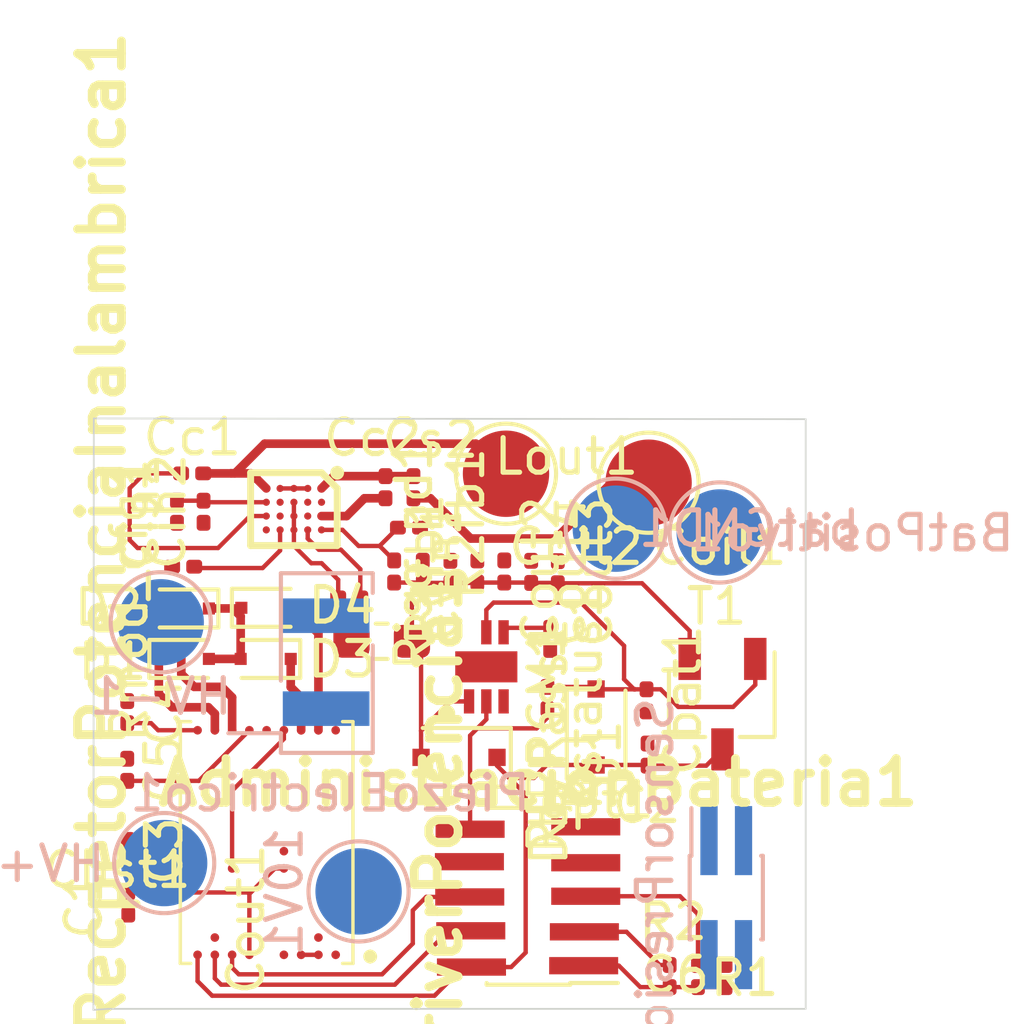
<source format=kicad_pcb>
(kicad_pcb (version 20171130) (host pcbnew "(5.1.6)-1")

  (general
    (thickness 1.6)
    (drawings 5)
    (tracks 186)
    (zones 0)
    (modules 47)
    (nets 43)
  )

  (page A4)
  (layers
    (0 F.Cu signal)
    (31 B.Cu signal)
    (32 B.Adhes user hide)
    (33 F.Adhes user hide)
    (34 B.Paste user hide)
    (35 F.Paste user hide)
    (36 B.SilkS user hide)
    (37 F.SilkS user hide)
    (38 B.Mask user hide)
    (39 F.Mask user hide)
    (40 Dwgs.User user hide)
    (41 Cmts.User user hide)
    (42 Eco1.User user hide)
    (43 Eco2.User user hide)
    (44 Edge.Cuts user)
    (45 Margin user hide)
    (46 B.CrtYd user hide)
    (47 F.CrtYd user hide)
    (48 B.Fab user hide)
    (49 F.Fab user hide)
  )

  (setup
    (last_trace_width 0.127)
    (user_trace_width 0.127)
    (user_trace_width 0.254)
    (user_trace_width 1)
    (trace_clearance 0.0002)
    (zone_clearance 0.2)
    (zone_45_only no)
    (trace_min 0.0002)
    (via_size 0.8)
    (via_drill 0.4)
    (via_min_size 0.00004)
    (via_min_drill 0.00003)
    (user_via 0.59 0.38)
    (uvia_size 0.3)
    (uvia_drill 0.1)
    (uvias_allowed yes)
    (uvia_min_size 0.00002)
    (uvia_min_drill 0.00001)
    (edge_width 0.05)
    (segment_width 0.2)
    (pcb_text_width 0.3)
    (pcb_text_size 1.5 1.5)
    (mod_edge_width 0.12)
    (mod_text_size 1 1)
    (mod_text_width 0.15)
    (pad_size 2.5 2.5)
    (pad_drill 0)
    (pad_to_mask_clearance 0.05)
    (aux_axis_origin 57.69 95.78)
    (grid_origin 57.69 95.62)
    (visible_elements 7FFFFFFF)
    (pcbplotparams
      (layerselection 0x010fc_ffffffff)
      (usegerberextensions false)
      (usegerberattributes true)
      (usegerberadvancedattributes true)
      (creategerberjobfile true)
      (excludeedgelayer true)
      (linewidth 0.100000)
      (plotframeref false)
      (viasonmask false)
      (mode 1)
      (useauxorigin false)
      (hpglpennumber 1)
      (hpglpenspeed 20)
      (hpglpendiameter 15.000000)
      (psnegative false)
      (psa4output false)
      (plotreference true)
      (plotvalue true)
      (plotinvisibletext false)
      (padsonsilk false)
      (subtractmaskfromsilk false)
      (outputformat 1)
      (mirror false)
      (drillshape 1)
      (scaleselection 1)
      (outputdirectory ""))
  )

  (net 0 "")
  (net 1 TempBat)
  (net 2 GND)
  (net 3 +Bat)
  (net 4 "Net-(AdministracionBateria1-Pad4)")
  (net 5 /Bateria/Cargando)
  (net 6 "Net-(AdministracionBateria1-Pad1)")
  (net 7 10V)
  (net 8 /Salida/Alimentacion)
  (net 9 -HV)
  (net 10 +HV)
  (net 11 "Net-(C6-Pad2)")
  (net 12 "Net-(C6-Pad1)")
  (net 13 "Net-(Cbst1-Pad2)")
  (net 14 "Net-(Cbst1-Pad1)")
  (net 15 "Net-(Cc1-Pad2)")
  (net 16 "Net-(Cc1-Pad1)")
  (net 17 "Net-(Cc2-Pad2)")
  (net 18 "Net-(Cc2-Pad1)")
  (net 19 "Net-(Cin1-Pad2)")
  (net 20 "Net-(D1-Pad1)")
  (net 21 "Net-(D1-Pad2)")
  (net 22 "Net-(D2-Pad2)")
  (net 23 "Net-(D3-Pad1)")
  (net 24 "Net-(D4-Pad2)")
  (net 25 "Net-(DriverPotencia1-PadP5)")
  (net 26 "Net-(DriverPotencia1-PadG4)")
  (net 27 /Salida/SP1ONOFF)
  (net 28 /Salida/SN1ONOFF)
  (net 29 "Net-(DriverPotencia1-PadA2)")
  (net 30 SDAPresion)
  (net 31 SCLPresion)
  (net 32 "Net-(R1fb1-Pad2)")
  (net 33 "Net-(RecpetorPotenciaInalambrica1-PadE4)")
  (net 34 "Net-(RecpetorPotenciaInalambrica1-PadD4)")
  (net 35 "Net-(RecpetorPotenciaInalambrica1-PadD3)")
  (net 36 "Net-(RecpetorPotenciaInalambrica1-PadB3)")
  (net 37 "Net-(U1-Pad10)")
  (net 38 "Net-(U1-Pad5)")
  (net 39 "Net-(Coil1-Pad1)")
  (net 40 "Net-(RecpetorPotenciaInalambrica1-PadD2)")
  (net 41 "Net-(RecpetorPotenciaInalambrica1-PadB2)")
  (net 42 "Net-(RecpetorPotenciaInalambrica1-PadA2)")

  (net_class Default "This is the default net class."
    (clearance 0.0002)
    (trace_width 0.25)
    (via_dia 0.8)
    (via_drill 0.4)
    (uvia_dia 0.3)
    (uvia_drill 0.1)
    (add_net +Bat)
    (add_net +HV)
    (add_net -HV)
    (add_net /Bateria/Cargando)
    (add_net /Salida/Alimentacion)
    (add_net /Salida/SN1ONOFF)
    (add_net /Salida/SP1ONOFF)
    (add_net 10V)
    (add_net GND)
    (add_net "Net-(AdministracionBateria1-Pad1)")
    (add_net "Net-(AdministracionBateria1-Pad4)")
    (add_net "Net-(C6-Pad1)")
    (add_net "Net-(C6-Pad2)")
    (add_net "Net-(Cbst1-Pad1)")
    (add_net "Net-(Cbst1-Pad2)")
    (add_net "Net-(Cc1-Pad1)")
    (add_net "Net-(Cc1-Pad2)")
    (add_net "Net-(Cc2-Pad1)")
    (add_net "Net-(Cc2-Pad2)")
    (add_net "Net-(Cin1-Pad2)")
    (add_net "Net-(Coil1-Pad1)")
    (add_net "Net-(D1-Pad1)")
    (add_net "Net-(D1-Pad2)")
    (add_net "Net-(D2-Pad2)")
    (add_net "Net-(D3-Pad1)")
    (add_net "Net-(D4-Pad2)")
    (add_net "Net-(DriverPotencia1-PadA2)")
    (add_net "Net-(DriverPotencia1-PadG4)")
    (add_net "Net-(DriverPotencia1-PadP5)")
    (add_net "Net-(R1fb1-Pad2)")
    (add_net "Net-(RecpetorPotenciaInalambrica1-PadA2)")
    (add_net "Net-(RecpetorPotenciaInalambrica1-PadB2)")
    (add_net "Net-(RecpetorPotenciaInalambrica1-PadB3)")
    (add_net "Net-(RecpetorPotenciaInalambrica1-PadD2)")
    (add_net "Net-(RecpetorPotenciaInalambrica1-PadD3)")
    (add_net "Net-(RecpetorPotenciaInalambrica1-PadD4)")
    (add_net "Net-(RecpetorPotenciaInalambrica1-PadE4)")
    (add_net "Net-(U1-Pad10)")
    (add_net "Net-(U1-Pad5)")
    (add_net SCLPresion)
    (add_net SDAPresion)
    (add_net TempBat)
  )

  (module Connector_PinHeader_1.00mm:PinHeader_2x05_P1.00mm_Vertical_SMD (layer F.Cu) (tedit 5F8109FF) (tstamp 5F8F1A60)
    (at 72.23 74.88 180)
    (descr "surface-mounted straight pin header, 2x05, 1.00mm pitch, double rows")
    (tags "Surface mounted pin header SMD 2x05 1.00mm double row")
    (path /5F3DB5D3)
    (attr smd)
    (fp_text reference U1 (at -2.15 4.09 90) (layer F.SilkS)
      (effects (font (size 1 1) (thickness 0.15)))
    )
    (fp_text value 1501 (at 0 3.56) (layer F.Fab)
      (effects (font (size 1 1) (thickness 0.15)))
    )
    (fp_line (start 3.65 -3) (end -3.65 -3) (layer F.CrtYd) (width 0.05))
    (fp_line (start 3.65 3) (end 3.65 -3) (layer F.CrtYd) (width 0.05))
    (fp_line (start -3.65 3) (end 3.65 3) (layer F.CrtYd) (width 0.05))
    (fp_line (start -3.65 -3) (end -3.65 3) (layer F.CrtYd) (width 0.05))
    (fp_line (start 1.21 2.51) (end 1.21 2.56) (layer F.SilkS) (width 0.12))
    (fp_line (start -1.21 2.51) (end -1.21 2.56) (layer F.SilkS) (width 0.12))
    (fp_line (start 1.21 -2.56) (end 1.21 -2.51) (layer F.SilkS) (width 0.12))
    (fp_line (start -1.21 -2.56) (end -1.21 -2.51) (layer F.SilkS) (width 0.12))
    (fp_line (start -2.59 -2.51) (end -1.21 -2.51) (layer F.SilkS) (width 0.12))
    (fp_line (start -1.21 2.56) (end 1.21 2.56) (layer F.SilkS) (width 0.12))
    (fp_line (start -1.21 -2.56) (end 1.21 -2.56) (layer F.SilkS) (width 0.12))
    (fp_line (start 2.4 2.15) (end 1.15 2.15) (layer F.Fab) (width 0.1))
    (fp_line (start 2.4 1.85) (end 2.4 2.15) (layer F.Fab) (width 0.1))
    (fp_line (start 1.15 1.85) (end 2.4 1.85) (layer F.Fab) (width 0.1))
    (fp_line (start -2.4 2.15) (end -1.15 2.15) (layer F.Fab) (width 0.1))
    (fp_line (start -2.4 1.85) (end -2.4 2.15) (layer F.Fab) (width 0.1))
    (fp_line (start -1.15 1.85) (end -2.4 1.85) (layer F.Fab) (width 0.1))
    (fp_line (start 2.4 1.15) (end 1.15 1.15) (layer F.Fab) (width 0.1))
    (fp_line (start 2.4 0.85) (end 2.4 1.15) (layer F.Fab) (width 0.1))
    (fp_line (start 1.15 0.85) (end 2.4 0.85) (layer F.Fab) (width 0.1))
    (fp_line (start -2.4 1.15) (end -1.15 1.15) (layer F.Fab) (width 0.1))
    (fp_line (start -2.4 0.85) (end -2.4 1.15) (layer F.Fab) (width 0.1))
    (fp_line (start -1.15 0.85) (end -2.4 0.85) (layer F.Fab) (width 0.1))
    (fp_line (start 2.4 0.15) (end 1.15 0.15) (layer F.Fab) (width 0.1))
    (fp_line (start 2.4 -0.15) (end 2.4 0.15) (layer F.Fab) (width 0.1))
    (fp_line (start 1.15 -0.15) (end 2.4 -0.15) (layer F.Fab) (width 0.1))
    (fp_line (start -2.4 0.15) (end -1.15 0.15) (layer F.Fab) (width 0.1))
    (fp_line (start -2.4 -0.15) (end -2.4 0.15) (layer F.Fab) (width 0.1))
    (fp_line (start -1.15 -0.15) (end -2.4 -0.15) (layer F.Fab) (width 0.1))
    (fp_line (start 2.4 -0.85) (end 1.15 -0.85) (layer F.Fab) (width 0.1))
    (fp_line (start 2.4 -1.15) (end 2.4 -0.85) (layer F.Fab) (width 0.1))
    (fp_line (start 1.15 -1.15) (end 2.4 -1.15) (layer F.Fab) (width 0.1))
    (fp_line (start -2.4 -0.85) (end -1.15 -0.85) (layer F.Fab) (width 0.1))
    (fp_line (start -2.4 -1.15) (end -2.4 -0.85) (layer F.Fab) (width 0.1))
    (fp_line (start -1.15 -1.15) (end -2.4 -1.15) (layer F.Fab) (width 0.1))
    (fp_line (start 2.4 -1.85) (end 1.15 -1.85) (layer F.Fab) (width 0.1))
    (fp_line (start 2.4 -2.15) (end 2.4 -1.85) (layer F.Fab) (width 0.1))
    (fp_line (start 1.15 -2.15) (end 2.4 -2.15) (layer F.Fab) (width 0.1))
    (fp_line (start -2.4 -1.85) (end -1.15 -1.85) (layer F.Fab) (width 0.1))
    (fp_line (start -2.4 -2.15) (end -2.4 -1.85) (layer F.Fab) (width 0.1))
    (fp_line (start -1.15 -2.15) (end -2.4 -2.15) (layer F.Fab) (width 0.1))
    (fp_line (start 1.15 -2.5) (end 1.15 2.5) (layer F.Fab) (width 0.1))
    (fp_line (start -1.15 -2.15) (end -0.8 -2.5) (layer F.Fab) (width 0.1))
    (fp_line (start -1.15 2.5) (end -1.15 -2.15) (layer F.Fab) (width 0.1))
    (fp_line (start -0.8 -2.5) (end 1.15 -2.5) (layer F.Fab) (width 0.1))
    (fp_line (start 1.15 2.5) (end -1.15 2.5) (layer F.Fab) (width 0.1))
    (fp_text user %R (at 0 0 90) (layer F.Fab)
      (effects (font (size 1 1) (thickness 0.15)))
    )
    (pad 10 smd rect (at -1.66 0.97 180) (size 2 0.5) (layers F.Cu F.Paste F.Mask)
      (net 37 "Net-(U1-Pad10)"))
    (pad 9 smd rect (at -1.66 0 180) (size 2 0.5) (layers F.Cu F.Paste F.Mask)
      (net 30 SDAPresion))
    (pad 8 smd rect (at 1.69 1.94 180) (size 2 0.5) (layers F.Cu F.Paste F.Mask)
      (net 5 /Bateria/Cargando))
    (pad 7 smd rect (at -1.62 -1.03 180) (size 2 0.5) (layers F.Cu F.Paste F.Mask)
      (net 31 SCLPresion))
    (pad 6 smd rect (at -1.6 -2.01 180) (size 2 0.5) (layers F.Cu F.Paste F.Mask)
      (net 11 "Net-(C6-Pad2)"))
    (pad 5 smd rect (at 1.71 1 180) (size 2 0.5) (layers F.Cu F.Paste F.Mask)
      (net 38 "Net-(U1-Pad5)"))
    (pad 4 smd rect (at 1.7 -0.02 180) (size 2 0.5) (layers F.Cu F.Paste F.Mask)
      (net 28 /Salida/SN1ONOFF))
    (pad 3 smd rect (at 1.67 -1 180) (size 2 0.5) (layers F.Cu F.Paste F.Mask)
      (net 27 /Salida/SP1ONOFF))
    (pad 2 smd rect (at -1.66 2.01 180) (size 2 0.5) (layers F.Cu F.Paste F.Mask)
      (net 2 GND))
    (pad 1 smd rect (at 1.65 -2.05 180) (size 2 0.5) (layers F.Cu F.Paste F.Mask)
      (net 8 /Salida/Alimentacion))
    (model ${KISYS3DMOD}/Connector_PinHeader_1.00mm.3dshapes/PinHeader_2x05_P1.00mm_Vertical_SMD.wrl
      (at (xyz 0 0 0))
      (scale (xyz 1 1 1))
      (rotate (xyz 0 0 0))
    )
  )

  (module Resistor_SMD:R_0201_0603Metric (layer F.Cu) (tedit 5B301BBD) (tstamp 5F8EB5D7)
    (at 72.78 69.14 270)
    (descr "Resistor SMD 0201 (0603 Metric), square (rectangular) end terminal, IPC_7351 nominal, (Body size source: https://www.vishay.com/docs/20052/crcw0201e3.pdf), generated with kicad-footprint-generator")
    (tags resistor)
    (path /5F3EBDF0/5F478013)
    (attr smd)
    (fp_text reference Rstatus1 (at 0 -1.05 90) (layer F.SilkS)
      (effects (font (size 1 1) (thickness 0.15)))
    )
    (fp_text value R (at 0 1.05 90) (layer F.Fab)
      (effects (font (size 1 1) (thickness 0.15)))
    )
    (fp_line (start -0.3 0.15) (end -0.3 -0.15) (layer F.Fab) (width 0.1))
    (fp_line (start -0.3 -0.15) (end 0.3 -0.15) (layer F.Fab) (width 0.1))
    (fp_line (start 0.3 -0.15) (end 0.3 0.15) (layer F.Fab) (width 0.1))
    (fp_line (start 0.3 0.15) (end -0.3 0.15) (layer F.Fab) (width 0.1))
    (fp_line (start -0.7 0.35) (end -0.7 -0.35) (layer F.CrtYd) (width 0.05))
    (fp_line (start -0.7 -0.35) (end 0.7 -0.35) (layer F.CrtYd) (width 0.05))
    (fp_line (start 0.7 -0.35) (end 0.7 0.35) (layer F.CrtYd) (width 0.05))
    (fp_line (start 0.7 0.35) (end -0.7 0.35) (layer F.CrtYd) (width 0.05))
    (fp_text user %R (at 0 -0.68 90) (layer F.Fab)
      (effects (font (size 0.25 0.25) (thickness 0.04)))
    )
    (pad 2 smd roundrect (at 0.32 0 270) (size 0.46 0.4) (layers F.Cu F.Mask) (roundrect_rratio 0.25)
      (net 5 /Bateria/Cargando))
    (pad 1 smd roundrect (at -0.32 0 270) (size 0.46 0.4) (layers F.Cu F.Mask) (roundrect_rratio 0.25)
      (net 3 +Bat))
    (pad "" smd roundrect (at 0.345 0 270) (size 0.318 0.36) (layers F.Paste) (roundrect_rratio 0.25))
    (pad "" smd roundrect (at -0.345 0 270) (size 0.318 0.36) (layers F.Paste) (roundrect_rratio 0.25))
    (model ${KISYS3DMOD}/Resistor_SMD.3dshapes/R_0201_0603Metric.wrl
      (at (xyz 0 0 0))
      (scale (xyz 1 1 1))
      (rotate (xyz 0 0 0))
    )
  )

  (module HV7360:HV7360GAG (layer F.Cu) (tedit 0) (tstamp 5F83B9E4)
    (at 64.647134 73.325109 180)
    (descr HV7360GA-G-2)
    (tags "Integrated Circuit")
    (path /5F3D0683/5F3DE1B0)
    (attr smd)
    (fp_text reference DriverPotencia1 (at -4.97 0.45 270) (layer F.SilkS)
      (effects (font (size 1.27 1.27) (thickness 0.254)))
    )
    (fp_text value HV7360GA-G (at 0 0 180) (layer F.SilkS) hide
      (effects (font (size 1.27 1.27) (thickness 0.254)))
    )
    (fp_line (start -2.5 -3.5) (end 2.5 -3.5) (layer F.Fab) (width 0.2))
    (fp_line (start 2.5 -3.5) (end 2.5 3.5) (layer F.Fab) (width 0.2))
    (fp_line (start 2.5 3.5) (end -2.5 3.5) (layer F.Fab) (width 0.2))
    (fp_line (start -2.5 3.5) (end -2.5 -3.5) (layer F.Fab) (width 0.2))
    (fp_line (start -3.5 -4.5) (end 3.5 -4.5) (layer F.CrtYd) (width 0.1))
    (fp_line (start 3.5 -4.5) (end 3.5 4.5) (layer F.CrtYd) (width 0.1))
    (fp_line (start 3.5 4.5) (end -3.5 4.5) (layer F.CrtYd) (width 0.1))
    (fp_line (start -3.5 4.5) (end -3.5 -4.5) (layer F.CrtYd) (width 0.1))
    (fp_line (start -2.2 -3.5) (end -2.5 -3.5) (layer F.SilkS) (width 0.1))
    (fp_line (start -2.5 -3.5) (end -2.5 3.5) (layer F.SilkS) (width 0.1))
    (fp_line (start -2.5 3.5) (end -2.2 3.5) (layer F.SilkS) (width 0.1))
    (fp_line (start 2.2 3.5) (end 2.5 3.5) (layer F.SilkS) (width 0.1))
    (fp_line (start 2.5 3.5) (end 2.5 -3.5) (layer F.SilkS) (width 0.1))
    (fp_line (start 2.5 -3.5) (end 2.2 -3.5) (layer F.SilkS) (width 0.1))
    (fp_line (start -3 -3.4) (end -3 -3.4) (layer F.SilkS) (width 0.2))
    (fp_line (start -3 -3.2) (end -3 -3.2) (layer F.SilkS) (width 0.2))
    (fp_arc (start -3 -3.3) (end -3 -3.2) (angle -180) (layer F.SilkS) (width 0.2))
    (fp_arc (start -3 -3.3) (end -3 -3.4) (angle -180) (layer F.SilkS) (width 0.2))
    (fp_text user %R (at 0 0 180) (layer F.Fab)
      (effects (font (size 1.27 1.27) (thickness 0.254)))
    )
    (pad P9 smd circle (at 2 3.25 270) (size 0.25 0.25) (layers F.Cu F.Paste F.Mask)
      (net 9 -HV))
    (pad P8 smd circle (at 1.5 3.25 270) (size 0.25 0.25) (layers F.Cu F.Paste F.Mask)
      (net 20 "Net-(D1-Pad1)"))
    (pad P7 smd circle (at 1 3.25 270) (size 0.25 0.25) (layers F.Cu F.Paste F.Mask)
      (net 22 "Net-(D2-Pad2)"))
    (pad P6 smd circle (at 0.5 3.25 270) (size 0.25 0.25) (layers F.Cu F.Paste F.Mask)
      (net 10 +HV))
    (pad P5 smd circle (at 0 3.25 270) (size 0.25 0.25) (layers F.Cu F.Paste F.Mask)
      (net 25 "Net-(DriverPotencia1-PadP5)"))
    (pad P4 smd circle (at -0.5 3.25 270) (size 0.25 0.25) (layers F.Cu F.Paste F.Mask)
      (net 2 GND))
    (pad P3 smd circle (at -1 3.25 270) (size 0.25 0.25) (layers F.Cu F.Paste F.Mask)
      (net 23 "Net-(D3-Pad1)"))
    (pad P2 smd circle (at -1.5 3.25 270) (size 0.25 0.25) (layers F.Cu F.Paste F.Mask)
      (net 24 "Net-(D4-Pad2)"))
    (pad P1 smd circle (at -2 3.25 270) (size 0.25 0.25) (layers F.Cu F.Paste F.Mask)
      (net 2 GND))
    (pad G4 smd circle (at -0.5 -0.25 270) (size 0.25 0.25) (layers F.Cu F.Paste F.Mask)
      (net 26 "Net-(DriverPotencia1-PadG4)"))
    (pad F7 smd circle (at 1 -0.75 270) (size 0.25 0.25) (layers F.Cu F.Paste F.Mask)
      (net 2 GND))
    (pad F4 smd circle (at -0.5 -0.75 270) (size 0.25 0.25) (layers F.Cu F.Paste F.Mask)
      (net 7 10V))
    (pad B8 smd circle (at 1.5 -2.75 270) (size 0.25 0.25) (layers F.Cu F.Paste F.Mask)
      (net 2 GND))
    (pad B2 smd circle (at -1.5 -2.75 270) (size 0.25 0.25) (layers F.Cu F.Paste F.Mask)
      (net 2 GND))
    (pad A9 smd circle (at 2 -3.25 270) (size 0.25 0.25) (layers F.Cu F.Paste F.Mask)
      (net 8 /Salida/Alimentacion))
    (pad A8 smd circle (at 1.5 -3.25 270) (size 0.25 0.25) (layers F.Cu F.Paste F.Mask)
      (net 27 /Salida/SP1ONOFF))
    (pad A7 smd circle (at 1 -3.25 270) (size 0.25 0.25) (layers F.Cu F.Paste F.Mask)
      (net 28 /Salida/SN1ONOFF))
    (pad A6 smd circle (at 0.5 -3.25 270) (size 0.25 0.25) (layers F.Cu F.Paste F.Mask)
      (net 7 10V))
    (pad A4 smd circle (at -0.5 -3.25 270) (size 0.25 0.25) (layers F.Cu F.Paste F.Mask)
      (net 2 GND))
    (pad A3 smd circle (at -1 -3.25 270) (size 0.25 0.25) (layers F.Cu F.Paste F.Mask)
      (net 29 "Net-(DriverPotencia1-PadA2)"))
    (pad A2 smd circle (at -1.5 -3.25 270) (size 0.25 0.25) (layers F.Cu F.Paste F.Mask)
      (net 29 "Net-(DriverPotencia1-PadA2)"))
    (pad A1 smd circle (at -2 -3.25 270) (size 0.25 0.25) (layers F.Cu F.Paste F.Mask)
      (net 2 GND))
    (model HV7360GA-G.stp
      (at (xyz 0 0 0))
      (scale (xyz 1 1 1))
      (rotate (xyz 0 0 0))
    )
  )

  (module Capacitor_SMD:C_0201_0603Metric (layer F.Cu) (tedit 5B301BBE) (tstamp 5F839DA5)
    (at 62.82 63.75 90)
    (descr "Capacitor SMD 0201 (0603 Metric), square (rectangular) end terminal, IPC_7351 nominal, (Body size source: https://www.vishay.com/docs/20052/crcw0201e3.pdf), generated with kicad-footprint-generator")
    (tags capacitor)
    (path /5F3EBDF0/5F40192A)
    (attr smd)
    (fp_text reference Cin2 (at 0 -1.05 90) (layer F.SilkS)
      (effects (font (size 1 1) (thickness 0.15)))
    )
    (fp_text value 100n (at 0 1.05 90) (layer F.Fab)
      (effects (font (size 1 1) (thickness 0.15)))
    )
    (fp_line (start 0.7 0.35) (end -0.7 0.35) (layer F.CrtYd) (width 0.05))
    (fp_line (start 0.7 -0.35) (end 0.7 0.35) (layer F.CrtYd) (width 0.05))
    (fp_line (start -0.7 -0.35) (end 0.7 -0.35) (layer F.CrtYd) (width 0.05))
    (fp_line (start -0.7 0.35) (end -0.7 -0.35) (layer F.CrtYd) (width 0.05))
    (fp_line (start 0.3 0.15) (end -0.3 0.15) (layer F.Fab) (width 0.1))
    (fp_line (start 0.3 -0.15) (end 0.3 0.15) (layer F.Fab) (width 0.1))
    (fp_line (start -0.3 -0.15) (end 0.3 -0.15) (layer F.Fab) (width 0.1))
    (fp_line (start -0.3 0.15) (end -0.3 -0.15) (layer F.Fab) (width 0.1))
    (fp_text user %R (at 0 -0.68 90) (layer F.Fab)
      (effects (font (size 0.25 0.25) (thickness 0.04)))
    )
    (pad 2 smd roundrect (at 0.32 0 90) (size 0.46 0.4) (layers F.Cu F.Mask) (roundrect_rratio 0.25)
      (net 19 "Net-(Cin1-Pad2)"))
    (pad 1 smd roundrect (at -0.32 0 90) (size 0.46 0.4) (layers F.Cu F.Mask) (roundrect_rratio 0.25)
      (net 2 GND))
    (pad "" smd roundrect (at 0.345 0 90) (size 0.318 0.36) (layers F.Paste) (roundrect_rratio 0.25))
    (pad "" smd roundrect (at -0.345 0 90) (size 0.318 0.36) (layers F.Paste) (roundrect_rratio 0.25))
    (model ${KISYS3DMOD}/Capacitor_SMD.3dshapes/C_0201_0603Metric.wrl
      (at (xyz 0 0 0))
      (scale (xyz 1 1 1))
      (rotate (xyz 0 0 0))
    )
  )

  (module TestPoint:TestPoint_Pad_D2.5mm (layer B.Cu) (tedit 5A0F774F) (tstamp 5F8EB7ED)
    (at 61.68 73.92)
    (descr "SMD pad as test Point, diameter 2.5mm")
    (tags "test point SMD pad")
    (path /5F3D0683/5F42DBC3)
    (attr virtual)
    (fp_text reference HV+1 (at -3.78 0.02) (layer B.SilkS)
      (effects (font (size 1 1) (thickness 0.15)) (justify mirror))
    )
    (fp_text value Conn_01x01_Male (at 0 -2.25) (layer B.Fab)
      (effects (font (size 1 1) (thickness 0.15)) (justify mirror))
    )
    (fp_circle (center 0 0) (end 0 -1.45) (layer B.SilkS) (width 0.12))
    (fp_circle (center 0 0) (end 1.75 0) (layer B.CrtYd) (width 0.05))
    (fp_text user %R (at 0 2.15) (layer B.Fab)
      (effects (font (size 1 1) (thickness 0.15)) (justify mirror))
    )
    (pad 1 smd circle (at 0 0) (size 2.5 2.5) (layers B.Cu B.Mask)
      (net 10 +HV))
  )

  (module Resistor_SMD:R_0201_0603Metric (layer F.Cu) (tedit 5B301BBD) (tstamp 5F839DD5)
    (at 69.97 65.49 270)
    (descr "Resistor SMD 0201 (0603 Metric), square (rectangular) end terminal, IPC_7351 nominal, (Body size source: https://www.vishay.com/docs/20052/crcw0201e3.pdf), generated with kicad-footprint-generator")
    (tags resistor)
    (path /5F3EBDF0/5F44B6C8)
    (attr smd)
    (fp_text reference Riso_pd1 (at -0.51 1.06 270) (layer F.SilkS)
      (effects (font (size 1 1) (thickness 0.15)))
    )
    (fp_text value R (at 0 1.05 270) (layer F.Fab)
      (effects (font (size 1 1) (thickness 0.15)))
    )
    (fp_line (start -0.3 0.15) (end -0.3 -0.15) (layer F.Fab) (width 0.1))
    (fp_line (start -0.3 -0.15) (end 0.3 -0.15) (layer F.Fab) (width 0.1))
    (fp_line (start 0.3 -0.15) (end 0.3 0.15) (layer F.Fab) (width 0.1))
    (fp_line (start 0.3 0.15) (end -0.3 0.15) (layer F.Fab) (width 0.1))
    (fp_line (start -0.7 0.35) (end -0.7 -0.35) (layer F.CrtYd) (width 0.05))
    (fp_line (start -0.7 -0.35) (end 0.7 -0.35) (layer F.CrtYd) (width 0.05))
    (fp_line (start 0.7 -0.35) (end 0.7 0.35) (layer F.CrtYd) (width 0.05))
    (fp_line (start 0.7 0.35) (end -0.7 0.35) (layer F.CrtYd) (width 0.05))
    (fp_text user %R (at 0 -0.68 270) (layer F.Fab)
      (effects (font (size 0.25 0.25) (thickness 0.04)))
    )
    (pad 2 smd roundrect (at 0.32 0 270) (size 0.46 0.4) (layers F.Cu F.Mask) (roundrect_rratio 0.25)
      (net 6 "Net-(AdministracionBateria1-Pad1)"))
    (pad 1 smd roundrect (at -0.32 0 270) (size 0.46 0.4) (layers F.Cu F.Mask) (roundrect_rratio 0.25)
      (net 2 GND))
    (pad "" smd roundrect (at 0.345 0 270) (size 0.318 0.36) (layers F.Paste) (roundrect_rratio 0.25))
    (pad "" smd roundrect (at -0.345 0 270) (size 0.318 0.36) (layers F.Paste) (roundrect_rratio 0.25))
    (model ${KISYS3DMOD}/Resistor_SMD.3dshapes/R_0201_0603Metric.wrl
      (at (xyz 0 0 0))
      (scale (xyz 1 1 1))
      (rotate (xyz 0 0 0))
    )
  )

  (module Capacitor_SMD:C_0201_0603Metric (layer F.Cu) (tedit 5B301BBE) (tstamp 5F8F1AFD)
    (at 60.63 73.57 270)
    (descr "Capacitor SMD 0201 (0603 Metric), square (rectangular) end terminal, IPC_7351 nominal, (Body size source: https://www.vishay.com/docs/20052/crcw0201e3.pdf), generated with kicad-footprint-generator")
    (tags capacitor)
    (path /5F3D0683/5F3DE174)
    (attr smd)
    (fp_text reference C3 (at 0 -1.05 90) (layer F.SilkS)
      (effects (font (size 1 1) (thickness 0.15)))
    )
    (fp_text value 10n (at 0 1.05 90) (layer F.Fab)
      (effects (font (size 1 1) (thickness 0.15)))
    )
    (fp_line (start -0.3 0.15) (end -0.3 -0.15) (layer F.Fab) (width 0.1))
    (fp_line (start -0.3 -0.15) (end 0.3 -0.15) (layer F.Fab) (width 0.1))
    (fp_line (start 0.3 -0.15) (end 0.3 0.15) (layer F.Fab) (width 0.1))
    (fp_line (start 0.3 0.15) (end -0.3 0.15) (layer F.Fab) (width 0.1))
    (fp_line (start -0.7 0.35) (end -0.7 -0.35) (layer F.CrtYd) (width 0.05))
    (fp_line (start -0.7 -0.35) (end 0.7 -0.35) (layer F.CrtYd) (width 0.05))
    (fp_line (start 0.7 -0.35) (end 0.7 0.35) (layer F.CrtYd) (width 0.05))
    (fp_line (start 0.7 0.35) (end -0.7 0.35) (layer F.CrtYd) (width 0.05))
    (fp_text user %R (at 0 -0.68 90) (layer F.Fab)
      (effects (font (size 0.25 0.25) (thickness 0.04)))
    )
    (pad 2 smd roundrect (at 0.32 0 270) (size 0.46 0.4) (layers F.Cu F.Mask) (roundrect_rratio 0.25)
      (net 7 10V))
    (pad 1 smd roundrect (at -0.32 0 270) (size 0.46 0.4) (layers F.Cu F.Mask) (roundrect_rratio 0.25)
      (net 2 GND))
    (pad "" smd roundrect (at 0.345 0 270) (size 0.318 0.36) (layers F.Paste) (roundrect_rratio 0.25))
    (pad "" smd roundrect (at -0.345 0 270) (size 0.318 0.36) (layers F.Paste) (roundrect_rratio 0.25))
    (model ${KISYS3DMOD}/Capacitor_SMD.3dshapes/C_0201_0603Metric.wrl
      (at (xyz 0 0 0))
      (scale (xyz 1 1 1))
      (rotate (xyz 0 0 0))
    )
  )

  (module Resistor_SMD:R_0201_0603Metric (layer F.Cu) (tedit 5B301BBD) (tstamp 5F839E95)
    (at 62.23 65.34 180)
    (descr "Resistor SMD 0201 (0603 Metric), square (rectangular) end terminal, IPC_7351 nominal, (Body size source: https://www.vishay.com/docs/20052/crcw0201e3.pdf), generated with kicad-footprint-generator")
    (tags resistor)
    (path /5F3EBDF0/5F3F2621)
    (attr smd)
    (fp_text reference Rmod_cfg1 (at 1.56 -0.97 90) (layer F.SilkS)
      (effects (font (size 1 1) (thickness 0.15)))
    )
    (fp_text value 60k (at 0 1.05) (layer F.Fab)
      (effects (font (size 1 1) (thickness 0.15)))
    )
    (fp_line (start -0.3 0.15) (end -0.3 -0.15) (layer F.Fab) (width 0.1))
    (fp_line (start -0.3 -0.15) (end 0.3 -0.15) (layer F.Fab) (width 0.1))
    (fp_line (start 0.3 -0.15) (end 0.3 0.15) (layer F.Fab) (width 0.1))
    (fp_line (start 0.3 0.15) (end -0.3 0.15) (layer F.Fab) (width 0.1))
    (fp_line (start -0.7 0.35) (end -0.7 -0.35) (layer F.CrtYd) (width 0.05))
    (fp_line (start -0.7 -0.35) (end 0.7 -0.35) (layer F.CrtYd) (width 0.05))
    (fp_line (start 0.7 -0.35) (end 0.7 0.35) (layer F.CrtYd) (width 0.05))
    (fp_line (start 0.7 0.35) (end -0.7 0.35) (layer F.CrtYd) (width 0.05))
    (fp_text user %R (at 0 -0.68) (layer F.Fab)
      (effects (font (size 0.25 0.25) (thickness 0.04)))
    )
    (pad 2 smd roundrect (at 0.32 0 180) (size 0.46 0.4) (layers F.Cu F.Mask) (roundrect_rratio 0.25)
      (net 2 GND))
    (pad 1 smd roundrect (at -0.32 0 180) (size 0.46 0.4) (layers F.Cu F.Mask) (roundrect_rratio 0.25)
      (net 34 "Net-(RecpetorPotenciaInalambrica1-PadD4)"))
    (pad "" smd roundrect (at 0.345 0 180) (size 0.318 0.36) (layers F.Paste) (roundrect_rratio 0.25))
    (pad "" smd roundrect (at -0.345 0 180) (size 0.318 0.36) (layers F.Paste) (roundrect_rratio 0.25))
    (model ${KISYS3DMOD}/Resistor_SMD.3dshapes/R_0201_0603Metric.wrl
      (at (xyz 0 0 0))
      (scale (xyz 1 1 1))
      (rotate (xyz 0 0 0))
    )
  )

  (module TestPoint:TestPoint_Pad_D2.5mm (layer F.Cu) (tedit 5F83A273) (tstamp 5F8EBAAB)
    (at 71.58 62.65)
    (descr "SMD pad as test Point, diameter 2.5mm")
    (tags "test point SMD pad")
    (path /5F3EBDF0/5F417846)
    (attr virtual)
    (fp_text reference Coil2 (at 2.03 2.11) (layer F.SilkS)
      (effects (font (size 1 1) (thickness 0.15)))
    )
    (fp_text value Conn_01x01_Male (at 0 2.25) (layer F.Fab)
      (effects (font (size 1 1) (thickness 0.15)))
    )
    (fp_circle (center 0 0) (end 0 1.45) (layer F.SilkS) (width 0.12))
    (fp_circle (center 0 0) (end 1.75 0) (layer F.CrtYd) (width 0.05))
    (fp_text user %R (at 0 -2.15) (layer F.Fab)
      (effects (font (size 1 1) (thickness 0.15)))
    )
    (pad 1 smd circle (at 0 0) (size 2.5 2.5) (layers F.Cu F.Mask)
      (net 15 "Net-(Cc1-Pad2)") (clearance 0.5))
  )

  (module TestPoint:TestPoint_Pad_D2.5mm (layer B.Cu) (tedit 5A0F774F) (tstamp 5F814937)
    (at 67.31 74.74 270)
    (descr "SMD pad as test Point, diameter 2.5mm")
    (tags "test point SMD pad")
    (path /5F3D0683/5F407A63)
    (attr virtual)
    (fp_text reference 10V1 (at 0 2.148 270) (layer B.SilkS)
      (effects (font (size 1 1) (thickness 0.15)) (justify mirror))
    )
    (fp_text value Conn_01x01_Male (at 0 -2.25 270) (layer B.Fab)
      (effects (font (size 1 1) (thickness 0.15)) (justify mirror))
    )
    (fp_circle (center 0 0) (end 0 -1.45) (layer B.SilkS) (width 0.12))
    (fp_circle (center 0 0) (end 1.75 0) (layer B.CrtYd) (width 0.05))
    (fp_text user %R (at 0 2.15 270) (layer B.Fab)
      (effects (font (size 1 1) (thickness 0.15)) (justify mirror))
    )
    (pad 1 smd circle (at 0 0 270) (size 2.5 2.5) (layers B.Cu B.Mask)
      (net 7 10V))
  )

  (module Capacitor_SMD:C_0201_0603Metric (layer F.Cu) (tedit 5B301BBE) (tstamp 5F8EB9EB)
    (at 60.61 69.55 270)
    (descr "Capacitor SMD 0201 (0603 Metric), square (rectangular) end terminal, IPC_7351 nominal, (Body size source: https://www.vishay.com/docs/20052/crcw0201e3.pdf), generated with kicad-footprint-generator")
    (tags capacitor)
    (path /5F3D0683/5F3DE180)
    (attr smd)
    (fp_text reference C4 (at 0 -1.05 90) (layer F.SilkS)
      (effects (font (size 1 1) (thickness 0.15)))
    )
    (fp_text value 10n (at 0 1.05 90) (layer F.Fab)
      (effects (font (size 1 1) (thickness 0.15)))
    )
    (fp_line (start -0.3 0.15) (end -0.3 -0.15) (layer F.Fab) (width 0.1))
    (fp_line (start -0.3 -0.15) (end 0.3 -0.15) (layer F.Fab) (width 0.1))
    (fp_line (start 0.3 -0.15) (end 0.3 0.15) (layer F.Fab) (width 0.1))
    (fp_line (start 0.3 0.15) (end -0.3 0.15) (layer F.Fab) (width 0.1))
    (fp_line (start -0.7 0.35) (end -0.7 -0.35) (layer F.CrtYd) (width 0.05))
    (fp_line (start -0.7 -0.35) (end 0.7 -0.35) (layer F.CrtYd) (width 0.05))
    (fp_line (start 0.7 -0.35) (end 0.7 0.35) (layer F.CrtYd) (width 0.05))
    (fp_line (start 0.7 0.35) (end -0.7 0.35) (layer F.CrtYd) (width 0.05))
    (fp_text user %R (at 0 -0.68 90) (layer F.Fab)
      (effects (font (size 0.25 0.25) (thickness 0.04)))
    )
    (pad 2 smd roundrect (at 0.32 0 270) (size 0.46 0.4) (layers F.Cu F.Mask) (roundrect_rratio 0.25)
      (net 9 -HV))
    (pad 1 smd roundrect (at -0.32 0 270) (size 0.46 0.4) (layers F.Cu F.Mask) (roundrect_rratio 0.25)
      (net 2 GND))
    (pad "" smd roundrect (at 0.345 0 270) (size 0.318 0.36) (layers F.Paste) (roundrect_rratio 0.25))
    (pad "" smd roundrect (at -0.345 0 270) (size 0.318 0.36) (layers F.Paste) (roundrect_rratio 0.25))
    (model ${KISYS3DMOD}/Capacitor_SMD.3dshapes/C_0201_0603Metric.wrl
      (at (xyz 0 0 0))
      (scale (xyz 1 1 1))
      (rotate (xyz 0 0 0))
    )
  )

  (module Inductor_SMD:L_0603_1608Metric_Pad1.05x0.95mm_HandSolder (layer F.Cu) (tedit 5B301BBE) (tstamp 5F839E35)
    (at 67.98 67.5 180)
    (descr "Capacitor SMD 0603 (1608 Metric), square (rectangular) end terminal, IPC_7351 nominal with elongated pad for handsoldering. (Body size source: http://www.tortai-tech.com/upload/download/2011102023233369053.pdf), generated with kicad-footprint-generator")
    (tags "inductor handsolder")
    (path /5F3EBDF0/5F3F1D24)
    (attr smd)
    (fp_text reference Lout1 (at -5.35 5.35 180) (layer F.SilkS)
      (effects (font (size 1 1) (thickness 0.15)))
    )
    (fp_text value 4.7u (at 0 1.43 180) (layer F.Fab)
      (effects (font (size 1 1) (thickness 0.15)))
    )
    (fp_line (start 1.65 0.73) (end -1.65 0.73) (layer F.CrtYd) (width 0.05))
    (fp_line (start 1.65 -0.73) (end 1.65 0.73) (layer F.CrtYd) (width 0.05))
    (fp_line (start -1.65 -0.73) (end 1.65 -0.73) (layer F.CrtYd) (width 0.05))
    (fp_line (start -1.65 0.73) (end -1.65 -0.73) (layer F.CrtYd) (width 0.05))
    (fp_line (start -0.171267 0.51) (end 0.171267 0.51) (layer F.SilkS) (width 0.12))
    (fp_line (start -0.171267 -0.51) (end 0.171267 -0.51) (layer F.SilkS) (width 0.12))
    (fp_line (start 0.8 0.4) (end -0.8 0.4) (layer F.Fab) (width 0.1))
    (fp_line (start 0.8 -0.4) (end 0.8 0.4) (layer F.Fab) (width 0.1))
    (fp_line (start -0.8 -0.4) (end 0.8 -0.4) (layer F.Fab) (width 0.1))
    (fp_line (start -0.8 0.4) (end -0.8 -0.4) (layer F.Fab) (width 0.1))
    (fp_text user %R (at 0 0 180) (layer F.Fab)
      (effects (font (size 0.4 0.4) (thickness 0.06)))
    )
    (pad 2 smd roundrect (at 0.875 0 180) (size 1.05 0.95) (layers F.Cu F.Paste F.Mask) (roundrect_rratio 0.25)
      (net 14 "Net-(Cbst1-Pad1)"))
    (pad 1 smd roundrect (at -0.875 0 180) (size 1.05 0.95) (layers F.Cu F.Paste F.Mask) (roundrect_rratio 0.25)
      (net 6 "Net-(AdministracionBateria1-Pad1)"))
    (model ${KISYS3DMOD}/Inductor_SMD.3dshapes/L_0603_1608Metric.wrl
      (at (xyz 0 0 0))
      (scale (xyz 1 1 1))
      (rotate (xyz 0 0 0))
    )
  )

  (module Capacitor_SMD:C_0201_0603Metric (layer F.Cu) (tedit 5B301BBE) (tstamp 5F839E05)
    (at 69.17 65.49 270)
    (descr "Capacitor SMD 0201 (0603 Metric), square (rectangular) end terminal, IPC_7351 nominal, (Body size source: https://www.vishay.com/docs/20052/crcw0201e3.pdf), generated with kicad-footprint-generator")
    (tags capacitor)
    (path /5F3EBDF0/5F40F773)
    (attr smd)
    (fp_text reference Cout1 (at 10.06 5.12 270) (layer F.SilkS)
      (effects (font (size 1 1) (thickness 0.15)))
    )
    (fp_text value 22u (at 0 1.05 270) (layer F.Fab)
      (effects (font (size 1 1) (thickness 0.15)))
    )
    (fp_line (start 0.7 0.35) (end -0.7 0.35) (layer F.CrtYd) (width 0.05))
    (fp_line (start 0.7 -0.35) (end 0.7 0.35) (layer F.CrtYd) (width 0.05))
    (fp_line (start -0.7 -0.35) (end 0.7 -0.35) (layer F.CrtYd) (width 0.05))
    (fp_line (start -0.7 0.35) (end -0.7 -0.35) (layer F.CrtYd) (width 0.05))
    (fp_line (start 0.3 0.15) (end -0.3 0.15) (layer F.Fab) (width 0.1))
    (fp_line (start 0.3 -0.15) (end 0.3 0.15) (layer F.Fab) (width 0.1))
    (fp_line (start -0.3 -0.15) (end 0.3 -0.15) (layer F.Fab) (width 0.1))
    (fp_line (start -0.3 0.15) (end -0.3 -0.15) (layer F.Fab) (width 0.1))
    (fp_text user %R (at 0 -0.68 270) (layer F.Fab)
      (effects (font (size 0.25 0.25) (thickness 0.04)))
    )
    (pad 2 smd roundrect (at 0.32 0 270) (size 0.46 0.4) (layers F.Cu F.Mask) (roundrect_rratio 0.25)
      (net 6 "Net-(AdministracionBateria1-Pad1)"))
    (pad 1 smd roundrect (at -0.32 0 270) (size 0.46 0.4) (layers F.Cu F.Mask) (roundrect_rratio 0.25)
      (net 2 GND))
    (pad "" smd roundrect (at 0.345 0 270) (size 0.318 0.36) (layers F.Paste) (roundrect_rratio 0.25))
    (pad "" smd roundrect (at -0.345 0 270) (size 0.318 0.36) (layers F.Paste) (roundrect_rratio 0.25))
    (model ${KISYS3DMOD}/Capacitor_SMD.3dshapes/C_0201_0603Metric.wrl
      (at (xyz 0 0 0))
      (scale (xyz 1 1 1))
      (rotate (xyz 0 0 0))
    )
  )

  (module Capacitor_SMD:C_0201_0603Metric (layer F.Cu) (tedit 5B301BBE) (tstamp 5F839F25)
    (at 70.75 65.48 90)
    (descr "Capacitor SMD 0201 (0603 Metric), square (rectangular) end terminal, IPC_7351 nominal, (Body size source: https://www.vishay.com/docs/20052/crcw0201e3.pdf), generated with kicad-footprint-generator")
    (tags capacitor)
    (path /5F3EBDF0/5F456249)
    (attr smd)
    (fp_text reference Cvin1 (at 0 -1.05 -90) (layer F.SilkS)
      (effects (font (size 1 1) (thickness 0.15)))
    )
    (fp_text value 2.2u (at 0 1.05 -90) (layer F.Fab)
      (effects (font (size 1 1) (thickness 0.15)))
    )
    (fp_line (start 0.7 0.35) (end -0.7 0.35) (layer F.CrtYd) (width 0.05))
    (fp_line (start 0.7 -0.35) (end 0.7 0.35) (layer F.CrtYd) (width 0.05))
    (fp_line (start -0.7 -0.35) (end 0.7 -0.35) (layer F.CrtYd) (width 0.05))
    (fp_line (start -0.7 0.35) (end -0.7 -0.35) (layer F.CrtYd) (width 0.05))
    (fp_line (start 0.3 0.15) (end -0.3 0.15) (layer F.Fab) (width 0.1))
    (fp_line (start 0.3 -0.15) (end 0.3 0.15) (layer F.Fab) (width 0.1))
    (fp_line (start -0.3 -0.15) (end 0.3 -0.15) (layer F.Fab) (width 0.1))
    (fp_line (start -0.3 0.15) (end -0.3 -0.15) (layer F.Fab) (width 0.1))
    (fp_text user %R (at 0 -0.68 -90) (layer F.Fab)
      (effects (font (size 0.25 0.25) (thickness 0.04)))
    )
    (pad 2 smd roundrect (at 0.32 0 90) (size 0.46 0.4) (layers F.Cu F.Mask) (roundrect_rratio 0.25)
      (net 2 GND))
    (pad 1 smd roundrect (at -0.32 0 90) (size 0.46 0.4) (layers F.Cu F.Mask) (roundrect_rratio 0.25)
      (net 6 "Net-(AdministracionBateria1-Pad1)"))
    (pad "" smd roundrect (at 0.345 0 90) (size 0.318 0.36) (layers F.Paste) (roundrect_rratio 0.25))
    (pad "" smd roundrect (at -0.345 0 90) (size 0.318 0.36) (layers F.Paste) (roundrect_rratio 0.25))
    (model ${KISYS3DMOD}/Capacitor_SMD.3dshapes/C_0201_0603Metric.wrl
      (at (xyz 0 0 0))
      (scale (xyz 1 1 1))
      (rotate (xyz 0 0 0))
    )
  )

  (module Capacitor_SMD:C_0201_0603Metric (layer F.Cu) (tedit 5B301BBE) (tstamp 5F839EF5)
    (at 62.05 63.75 90)
    (descr "Capacitor SMD 0201 (0603 Metric), square (rectangular) end terminal, IPC_7351 nominal, (Body size source: https://www.vishay.com/docs/20052/crcw0201e3.pdf), generated with kicad-footprint-generator")
    (tags capacitor)
    (path /5F3EBDF0/5F3F1426)
    (attr smd)
    (fp_text reference Cin1 (at 0 -1.05 90) (layer F.SilkS)
      (effects (font (size 1 1) (thickness 0.15)))
    )
    (fp_text value 22u (at 0 1.05 90) (layer F.Fab)
      (effects (font (size 1 1) (thickness 0.15)))
    )
    (fp_line (start 0.7 0.35) (end -0.7 0.35) (layer F.CrtYd) (width 0.05))
    (fp_line (start 0.7 -0.35) (end 0.7 0.35) (layer F.CrtYd) (width 0.05))
    (fp_line (start -0.7 -0.35) (end 0.7 -0.35) (layer F.CrtYd) (width 0.05))
    (fp_line (start -0.7 0.35) (end -0.7 -0.35) (layer F.CrtYd) (width 0.05))
    (fp_line (start 0.3 0.15) (end -0.3 0.15) (layer F.Fab) (width 0.1))
    (fp_line (start 0.3 -0.15) (end 0.3 0.15) (layer F.Fab) (width 0.1))
    (fp_line (start -0.3 -0.15) (end 0.3 -0.15) (layer F.Fab) (width 0.1))
    (fp_line (start -0.3 0.15) (end -0.3 -0.15) (layer F.Fab) (width 0.1))
    (fp_text user %R (at 0 -0.68 90) (layer F.Fab)
      (effects (font (size 0.25 0.25) (thickness 0.04)))
    )
    (pad 2 smd roundrect (at 0.32 0 90) (size 0.46 0.4) (layers F.Cu F.Mask) (roundrect_rratio 0.25)
      (net 19 "Net-(Cin1-Pad2)"))
    (pad 1 smd roundrect (at -0.32 0 90) (size 0.46 0.4) (layers F.Cu F.Mask) (roundrect_rratio 0.25)
      (net 2 GND))
    (pad "" smd roundrect (at 0.345 0 90) (size 0.318 0.36) (layers F.Paste) (roundrect_rratio 0.25))
    (pad "" smd roundrect (at -0.345 0 90) (size 0.318 0.36) (layers F.Paste) (roundrect_rratio 0.25))
    (model ${KISYS3DMOD}/Capacitor_SMD.3dshapes/C_0201_0603Metric.wrl
      (at (xyz 0 0 0))
      (scale (xyz 1 1 1))
      (rotate (xyz 0 0 0))
    )
  )

  (module SC810:SON50P200X200X60-7N-D (layer F.Cu) (tedit 5F3DE1FD) (tstamp 5F83A60E)
    (at 71.01 68.24 90)
    (descr "MLPD-UT6 2x2")
    (tags "Integrated Circuit")
    (path /5F3EBDF0/5F3EDAD5)
    (attr smd)
    (fp_text reference AdministracionBateria1 (at -3.35 1.5 180) (layer F.SilkS)
      (effects (font (size 1.27 1.27) (thickness 0.254)))
    )
    (fp_text value SC810ULTRT (at 0 0 270) (layer F.SilkS) hide
      (effects (font (size 1.27 1.27) (thickness 0.254)))
    )
    (fp_line (start -1.6 -1.3) (end 1.6 -1.3) (layer F.CrtYd) (width 0.05))
    (fp_line (start 1.6 -1.3) (end 1.6 1.3) (layer F.CrtYd) (width 0.05))
    (fp_line (start 1.6 1.3) (end -1.6 1.3) (layer F.CrtYd) (width 0.05))
    (fp_line (start -1.6 1.3) (end -1.6 -1.3) (layer F.CrtYd) (width 0.05))
    (fp_line (start -1 -1) (end 1 -1) (layer F.Fab) (width 0.1))
    (fp_line (start 1 -1) (end 1 1) (layer F.Fab) (width 0.1))
    (fp_line (start 1 1) (end -1 1) (layer F.Fab) (width 0.1))
    (fp_line (start -1 1) (end -1 -1) (layer F.Fab) (width 0.1))
    (fp_line (start -1 -0.5) (end -0.5 -1) (layer F.Fab) (width 0.1))
    (fp_circle (center -1.35 -1.15) (end -1.35 -1.025) (layer F.SilkS) (width 0.25))
    (fp_text user %R (at -1.01 4.01 180) (layer F.Fab)
      (effects (font (size 1.27 1.27) (thickness 0.254)))
    )
    (pad 7 smd rect (at 0 0 90) (size 0.9 1.8) (layers F.Cu F.Paste F.Mask)
      (net 1 TempBat))
    (pad 5 smd rect (at 1 0 180) (size 0.3 0.7) (layers F.Cu F.Paste F.Mask)
      (net 3 +Bat))
    (pad 4 smd rect (at 1 0.5 180) (size 0.3 0.7) (layers F.Cu F.Paste F.Mask)
      (net 4 "Net-(AdministracionBateria1-Pad4)"))
    (pad 3 smd rect (at -1 0.5 180) (size 0.3 0.7) (layers F.Cu F.Paste F.Mask)
      (net 2 GND))
    (pad 2 smd rect (at -1 0 180) (size 0.3 0.7) (layers F.Cu F.Paste F.Mask)
      (net 5 /Bateria/Cargando))
    (pad 1 smd rect (at -1 -0.5 180) (size 0.3 0.7) (layers F.Cu F.Paste F.Mask)
      (net 6 "Net-(AdministracionBateria1-Pad1)"))
    (model SC810ULTRT.stp
      (at (xyz 0 0 0))
      (scale (xyz 1 1 1))
      (rotate (xyz 0 0 0))
    )
  )

  (module Diode_SMD:D_SOD-323F (layer F.Cu) (tedit 590A48EB) (tstamp 5F8EB7B8)
    (at 70.22 70.86 180)
    (descr "SOD-323F http://www.nxp.com/documents/outline_drawing/SOD323F.pdf")
    (tags SOD-323F)
    (path /5F3EBDF0/5F467739)
    (attr smd)
    (fp_text reference DbyPass1 (at -2.61 0.46 90) (layer F.SilkS)
      (effects (font (size 1 1) (thickness 0.15)))
    )
    (fp_text value D_Schottky (at 0.1 1.9 180) (layer F.Fab)
      (effects (font (size 1 1) (thickness 0.15)))
    )
    (fp_line (start -1.5 -0.85) (end -1.5 0.85) (layer F.SilkS) (width 0.12))
    (fp_line (start 0.2 0) (end 0.45 0) (layer F.Fab) (width 0.1))
    (fp_line (start 0.2 0.35) (end -0.3 0) (layer F.Fab) (width 0.1))
    (fp_line (start 0.2 -0.35) (end 0.2 0.35) (layer F.Fab) (width 0.1))
    (fp_line (start -0.3 0) (end 0.2 -0.35) (layer F.Fab) (width 0.1))
    (fp_line (start -0.3 0) (end -0.5 0) (layer F.Fab) (width 0.1))
    (fp_line (start -0.3 -0.35) (end -0.3 0.35) (layer F.Fab) (width 0.1))
    (fp_line (start -0.9 0.7) (end -0.9 -0.7) (layer F.Fab) (width 0.1))
    (fp_line (start 0.9 0.7) (end -0.9 0.7) (layer F.Fab) (width 0.1))
    (fp_line (start 0.9 -0.7) (end 0.9 0.7) (layer F.Fab) (width 0.1))
    (fp_line (start -0.9 -0.7) (end 0.9 -0.7) (layer F.Fab) (width 0.1))
    (fp_line (start -1.6 -0.95) (end 1.6 -0.95) (layer F.CrtYd) (width 0.05))
    (fp_line (start 1.6 -0.95) (end 1.6 0.95) (layer F.CrtYd) (width 0.05))
    (fp_line (start -1.6 0.95) (end 1.6 0.95) (layer F.CrtYd) (width 0.05))
    (fp_line (start -1.6 -0.95) (end -1.6 0.95) (layer F.CrtYd) (width 0.05))
    (fp_line (start -1.5 0.85) (end 1.05 0.85) (layer F.SilkS) (width 0.12))
    (fp_line (start -1.5 -0.85) (end 1.05 -0.85) (layer F.SilkS) (width 0.12))
    (fp_text user %R (at 0 -1.85 180) (layer F.Fab)
      (effects (font (size 1 1) (thickness 0.15)))
    )
    (pad 2 smd rect (at 1.1 0 180) (size 0.5 0.5) (layers F.Cu F.Paste F.Mask)
      (net 6 "Net-(AdministracionBateria1-Pad1)"))
    (pad 1 smd rect (at -1.1 0 180) (size 0.5 0.5) (layers F.Cu F.Paste F.Mask)
      (net 8 /Salida/Alimentacion))
    (model ${KISYS3DMOD}/Diode_SMD.3dshapes/D_SOD-323F.wrl
      (at (xyz 0 0 0))
      (scale (xyz 1 1 1))
      (rotate (xyz 0 0 0))
    )
  )

  (module Capacitor_SMD:C_0201_0603Metric (layer F.Cu) (tedit 5B301BBE) (tstamp 5F839EC5)
    (at 72.31 65.49 270)
    (descr "Capacitor SMD 0201 (0603 Metric), square (rectangular) end terminal, IPC_7351 nominal, (Body size source: https://www.vishay.com/docs/20052/crcw0201e3.pdf), generated with kicad-footprint-generator")
    (tags capacitor)
    (path /5F3EBDF0/5F4127D3)
    (attr smd)
    (fp_text reference Cout4 (at 0 -1.05 270) (layer F.SilkS)
      (effects (font (size 1 1) (thickness 0.15)))
    )
    (fp_text value 22u (at 0 1.05 270) (layer F.Fab)
      (effects (font (size 1 1) (thickness 0.15)))
    )
    (fp_line (start 0.7 0.35) (end -0.7 0.35) (layer F.CrtYd) (width 0.05))
    (fp_line (start 0.7 -0.35) (end 0.7 0.35) (layer F.CrtYd) (width 0.05))
    (fp_line (start -0.7 -0.35) (end 0.7 -0.35) (layer F.CrtYd) (width 0.05))
    (fp_line (start -0.7 0.35) (end -0.7 -0.35) (layer F.CrtYd) (width 0.05))
    (fp_line (start 0.3 0.15) (end -0.3 0.15) (layer F.Fab) (width 0.1))
    (fp_line (start 0.3 -0.15) (end 0.3 0.15) (layer F.Fab) (width 0.1))
    (fp_line (start -0.3 -0.15) (end 0.3 -0.15) (layer F.Fab) (width 0.1))
    (fp_line (start -0.3 0.15) (end -0.3 -0.15) (layer F.Fab) (width 0.1))
    (fp_text user %R (at 0 -0.68 270) (layer F.Fab)
      (effects (font (size 0.25 0.25) (thickness 0.04)))
    )
    (pad 2 smd roundrect (at 0.32 0 270) (size 0.46 0.4) (layers F.Cu F.Mask) (roundrect_rratio 0.25)
      (net 6 "Net-(AdministracionBateria1-Pad1)"))
    (pad 1 smd roundrect (at -0.32 0 270) (size 0.46 0.4) (layers F.Cu F.Mask) (roundrect_rratio 0.25)
      (net 2 GND))
    (pad "" smd roundrect (at 0.345 0 270) (size 0.318 0.36) (layers F.Paste) (roundrect_rratio 0.25))
    (pad "" smd roundrect (at -0.345 0 270) (size 0.318 0.36) (layers F.Paste) (roundrect_rratio 0.25))
    (model ${KISYS3DMOD}/Capacitor_SMD.3dshapes/C_0201_0603Metric.wrl
      (at (xyz 0 0 0))
      (scale (xyz 1 1 1))
      (rotate (xyz 0 0 0))
    )
  )

  (module Capacitor_SMD:C_0201_0603Metric (layer F.Cu) (tedit 5B301BBE) (tstamp 5F8EB721)
    (at 75.68 70.78 90)
    (descr "Capacitor SMD 0201 (0603 Metric), square (rectangular) end terminal, IPC_7351 nominal, (Body size source: https://www.vishay.com/docs/20052/crcw0201e3.pdf), generated with kicad-footprint-generator")
    (tags capacitor)
    (path /5F3D0683/5F3DE18C)
    (attr smd)
    (fp_text reference C2 (at -1.45 -0.03 180) (layer F.SilkS)
      (effects (font (size 1 1) (thickness 0.15)))
    )
    (fp_text value 10n (at 0 1.05 90) (layer F.Fab)
      (effects (font (size 1 1) (thickness 0.15)))
    )
    (fp_line (start -0.3 0.15) (end -0.3 -0.15) (layer F.Fab) (width 0.1))
    (fp_line (start -0.3 -0.15) (end 0.3 -0.15) (layer F.Fab) (width 0.1))
    (fp_line (start 0.3 -0.15) (end 0.3 0.15) (layer F.Fab) (width 0.1))
    (fp_line (start 0.3 0.15) (end -0.3 0.15) (layer F.Fab) (width 0.1))
    (fp_line (start -0.7 0.35) (end -0.7 -0.35) (layer F.CrtYd) (width 0.05))
    (fp_line (start -0.7 -0.35) (end 0.7 -0.35) (layer F.CrtYd) (width 0.05))
    (fp_line (start 0.7 -0.35) (end 0.7 0.35) (layer F.CrtYd) (width 0.05))
    (fp_line (start 0.7 0.35) (end -0.7 0.35) (layer F.CrtYd) (width 0.05))
    (fp_text user %R (at 0 -0.68 90) (layer F.Fab)
      (effects (font (size 0.25 0.25) (thickness 0.04)))
    )
    (pad 2 smd roundrect (at 0.32 0 90) (size 0.46 0.4) (layers F.Cu F.Mask) (roundrect_rratio 0.25)
      (net 2 GND))
    (pad 1 smd roundrect (at -0.32 0 90) (size 0.46 0.4) (layers F.Cu F.Mask) (roundrect_rratio 0.25)
      (net 8 /Salida/Alimentacion))
    (pad "" smd roundrect (at 0.345 0 90) (size 0.318 0.36) (layers F.Paste) (roundrect_rratio 0.25))
    (pad "" smd roundrect (at -0.345 0 90) (size 0.318 0.36) (layers F.Paste) (roundrect_rratio 0.25))
    (model ${KISYS3DMOD}/Capacitor_SMD.3dshapes/C_0201_0603Metric.wrl
      (at (xyz 0 0 0))
      (scale (xyz 1 1 1))
      (rotate (xyz 0 0 0))
    )
  )

  (module Connector_PinHeader_2.54mm:PinHeader_1x02_P2.54mm_Vertical_SMD_Pin1Left (layer B.Cu) (tedit 5F3DDDA6) (tstamp 5F8635A7)
    (at 66.39 68.13)
    (descr "surface-mounted straight pin header, 1x02, 2.54mm pitch, single row, style 1 (pin 1 left)")
    (tags "Surface mounted pin header SMD 1x02 2.54mm single row style1 pin1 left")
    (path /5F3D0683/5F3DE108)
    (attr smd)
    (fp_text reference PiezoElectrico1 (at 0.1 3.77) (layer B.SilkS)
      (effects (font (size 1 1) (thickness 0.15)) (justify mirror))
    )
    (fp_text value UTR-1440K-TT-R (at 0 -3.6) (layer B.Fab)
      (effects (font (size 1 1) (thickness 0.15)) (justify mirror))
    )
    (fp_line (start 3.45 3.05) (end -3.45 3.05) (layer B.CrtYd) (width 0.05))
    (fp_line (start 3.45 -3.05) (end 3.45 3.05) (layer B.CrtYd) (width 0.05))
    (fp_line (start -3.45 -3.05) (end 3.45 -3.05) (layer B.CrtYd) (width 0.05))
    (fp_line (start -3.45 3.05) (end -3.45 -3.05) (layer B.CrtYd) (width 0.05))
    (fp_line (start -1.33 0.51) (end -1.33 -2.6) (layer B.SilkS) (width 0.12))
    (fp_line (start 1.33 -2.03) (end 1.33 -2.6) (layer B.SilkS) (width 0.12))
    (fp_line (start -1.33 2.6) (end -1.33 2.03) (layer B.SilkS) (width 0.12))
    (fp_line (start -1.33 2.03) (end -2.85 2.03) (layer B.SilkS) (width 0.12))
    (fp_line (start 1.33 2.6) (end 1.33 -0.51) (layer B.SilkS) (width 0.12))
    (fp_line (start -1.33 -2.6) (end 1.33 -2.6) (layer B.SilkS) (width 0.12))
    (fp_line (start -1.33 2.6) (end 1.33 2.6) (layer B.SilkS) (width 0.12))
    (fp_line (start 2.54 -1.59) (end 1.27 -1.59) (layer B.Fab) (width 0.1))
    (fp_line (start 2.54 -0.95) (end 2.54 -1.59) (layer B.Fab) (width 0.1))
    (fp_line (start 1.27 -0.95) (end 2.54 -0.95) (layer B.Fab) (width 0.1))
    (fp_line (start -2.54 0.95) (end -1.27 0.95) (layer B.Fab) (width 0.1))
    (fp_line (start -2.54 1.59) (end -2.54 0.95) (layer B.Fab) (width 0.1))
    (fp_line (start -1.27 1.59) (end -2.54 1.59) (layer B.Fab) (width 0.1))
    (fp_line (start 1.27 2.54) (end 1.27 -2.54) (layer B.Fab) (width 0.1))
    (fp_line (start -1.27 1.59) (end -0.32 2.54) (layer B.Fab) (width 0.1))
    (fp_line (start -1.27 -2.54) (end -1.27 1.59) (layer B.Fab) (width 0.1))
    (fp_line (start -0.32 2.54) (end 1.27 2.54) (layer B.Fab) (width 0.1))
    (fp_line (start 1.27 -2.54) (end -1.27 -2.54) (layer B.Fab) (width 0.1))
    (fp_text user %R (at 0 0 -90) (layer B.Fab)
      (effects (font (size 1 1) (thickness 0.15)) (justify mirror))
    )
    (pad 2 smd rect (at -0.02 -1.37) (size 2.51 1) (layers B.Cu B.Paste B.Mask)
      (net 21 "Net-(D1-Pad2)"))
    (pad 1 smd rect (at -0.02 1.32) (size 2.51 1) (layers B.Cu B.Paste B.Mask)
      (net 2 GND))
    (model ${KISYS3DMOD}/Connector_PinHeader_2.54mm.3dshapes/PinHeader_1x02_P2.54mm_Vertical_SMD_Pin1Left.wrl
      (at (xyz 0 0 0))
      (scale (xyz 1 1 1))
      (rotate (xyz 0 0 0))
    )
  )

  (module Connector_PinHeader_1.00mm:PinHeader_2x02_P1.00mm_Vertical_SMD (layer B.Cu) (tedit 59FED738) (tstamp 5F8EC3DB)
    (at 77.96 74.92 270)
    (descr "surface-mounted straight pin header, 2x02, 1.00mm pitch, double rows")
    (tags "Surface mounted pin header SMD 2x02 1.00mm double row")
    (path /5F3E65FC)
    (attr smd)
    (fp_text reference SensorPresion1 (at 0 2.06 90) (layer B.SilkS)
      (effects (font (size 1 1) (thickness 0.15)) (justify mirror))
    )
    (fp_text value MS583730BA01-50 (at 0 -2.06 90) (layer B.Fab)
      (effects (font (size 1 1) (thickness 0.15)) (justify mirror))
    )
    (fp_line (start 3.65 1.5) (end -3.65 1.5) (layer B.CrtYd) (width 0.05))
    (fp_line (start 3.65 -1.5) (end 3.65 1.5) (layer B.CrtYd) (width 0.05))
    (fp_line (start -3.65 -1.5) (end 3.65 -1.5) (layer B.CrtYd) (width 0.05))
    (fp_line (start -3.65 1.5) (end -3.65 -1.5) (layer B.CrtYd) (width 0.05))
    (fp_line (start 1.21 -1.01) (end 1.21 -1.06) (layer B.SilkS) (width 0.12))
    (fp_line (start -1.21 -1.01) (end -1.21 -1.06) (layer B.SilkS) (width 0.12))
    (fp_line (start 1.21 1.06) (end 1.21 1.01) (layer B.SilkS) (width 0.12))
    (fp_line (start -1.21 1.06) (end -1.21 1.01) (layer B.SilkS) (width 0.12))
    (fp_line (start -2.59 1.01) (end -1.21 1.01) (layer B.SilkS) (width 0.12))
    (fp_line (start -1.21 -1.06) (end 1.21 -1.06) (layer B.SilkS) (width 0.12))
    (fp_line (start -1.21 1.06) (end 1.21 1.06) (layer B.SilkS) (width 0.12))
    (fp_line (start 2.4 -0.65) (end 1.15 -0.65) (layer B.Fab) (width 0.1))
    (fp_line (start 2.4 -0.35) (end 2.4 -0.65) (layer B.Fab) (width 0.1))
    (fp_line (start 1.15 -0.35) (end 2.4 -0.35) (layer B.Fab) (width 0.1))
    (fp_line (start -2.4 -0.65) (end -1.15 -0.65) (layer B.Fab) (width 0.1))
    (fp_line (start -2.4 -0.35) (end -2.4 -0.65) (layer B.Fab) (width 0.1))
    (fp_line (start -1.15 -0.35) (end -2.4 -0.35) (layer B.Fab) (width 0.1))
    (fp_line (start 2.4 0.35) (end 1.15 0.35) (layer B.Fab) (width 0.1))
    (fp_line (start 2.4 0.65) (end 2.4 0.35) (layer B.Fab) (width 0.1))
    (fp_line (start 1.15 0.65) (end 2.4 0.65) (layer B.Fab) (width 0.1))
    (fp_line (start -2.4 0.35) (end -1.15 0.35) (layer B.Fab) (width 0.1))
    (fp_line (start -2.4 0.65) (end -2.4 0.35) (layer B.Fab) (width 0.1))
    (fp_line (start -1.15 0.65) (end -2.4 0.65) (layer B.Fab) (width 0.1))
    (fp_line (start 1.15 1) (end 1.15 -1) (layer B.Fab) (width 0.1))
    (fp_line (start -1.15 0.65) (end -0.8 1) (layer B.Fab) (width 0.1))
    (fp_line (start -1.15 -1) (end -1.15 0.65) (layer B.Fab) (width 0.1))
    (fp_line (start -0.8 1) (end 1.15 1) (layer B.Fab) (width 0.1))
    (fp_line (start 1.15 -1) (end -1.15 -1) (layer B.Fab) (width 0.1))
    (fp_text user %R (at 0 0 180) (layer B.Fab)
      (effects (font (size 1 1) (thickness 0.15)) (justify mirror))
    )
    (pad 4 smd rect (at 1.65 -0.5 270) (size 2 0.5) (layers B.Cu B.Paste B.Mask)
      (net 12 "Net-(C6-Pad1)"))
    (pad 3 smd rect (at -1.65 -0.5 270) (size 2 0.5) (layers B.Cu B.Paste B.Mask)
      (net 31 SCLPresion))
    (pad 2 smd rect (at 1.65 0.5 270) (size 2 0.5) (layers B.Cu B.Paste B.Mask)
      (net 30 SDAPresion))
    (pad 1 smd rect (at -1.65 0.5 270) (size 2 0.5) (layers B.Cu B.Paste B.Mask)
      (net 11 "Net-(C6-Pad2)"))
    (model ${KISYS3DMOD}/Connector_PinHeader_1.00mm.3dshapes/PinHeader_2x02_P1.00mm_Vertical_SMD.wrl
      (at (xyz 0 0 0))
      (scale (xyz 1 1 1))
      (rotate (xyz 0 0 0))
    )
  )

  (module TestPoint:TestPoint_Pad_D2.5mm (layer B.Cu) (tedit 5A0F774F) (tstamp 5F8EB5FE)
    (at 77.77 64.35)
    (descr "SMD pad as test Point, diameter 2.5mm")
    (tags "test point SMD pad")
    (path /5F3EBDF0/5F421506)
    (attr virtual)
    (fp_text reference BatPositivo1 (at 3.85 0.02) (layer B.SilkS)
      (effects (font (size 1 1) (thickness 0.15)) (justify mirror))
    )
    (fp_text value Conn_01x01_Male (at 0 -2.25) (layer B.Fab)
      (effects (font (size 1 1) (thickness 0.15)) (justify mirror))
    )
    (fp_circle (center 0 0) (end 0 -1.45) (layer B.SilkS) (width 0.12))
    (fp_circle (center 0 0) (end 1.75 0) (layer B.CrtYd) (width 0.05))
    (fp_text user %R (at 0 2.15) (layer B.Fab)
      (effects (font (size 1 1) (thickness 0.15)) (justify mirror))
    )
    (pad 1 smd circle (at 0 0) (size 2.5 2.5) (layers B.Cu B.Mask)
      (net 3 +Bat))
  )

  (module Capacitor_SMD:C_0201_0603Metric (layer F.Cu) (tedit 5B301BBE) (tstamp 5F839E65)
    (at 62.49 62.64)
    (descr "Capacitor SMD 0201 (0603 Metric), square (rectangular) end terminal, IPC_7351 nominal, (Body size source: https://www.vishay.com/docs/20052/crcw0201e3.pdf), generated with kicad-footprint-generator")
    (tags capacitor)
    (path /5F3EBDF0/5F3F01C7)
    (attr smd)
    (fp_text reference Cc1 (at 0 -1.05) (layer F.SilkS)
      (effects (font (size 1 1) (thickness 0.15)))
    )
    (fp_text value 1n (at 0 1.05) (layer F.Fab)
      (effects (font (size 1 1) (thickness 0.15)))
    )
    (fp_line (start 0.7 0.35) (end -0.7 0.35) (layer F.CrtYd) (width 0.05))
    (fp_line (start 0.7 -0.35) (end 0.7 0.35) (layer F.CrtYd) (width 0.05))
    (fp_line (start -0.7 -0.35) (end 0.7 -0.35) (layer F.CrtYd) (width 0.05))
    (fp_line (start -0.7 0.35) (end -0.7 -0.35) (layer F.CrtYd) (width 0.05))
    (fp_line (start 0.3 0.15) (end -0.3 0.15) (layer F.Fab) (width 0.1))
    (fp_line (start 0.3 -0.15) (end 0.3 0.15) (layer F.Fab) (width 0.1))
    (fp_line (start -0.3 -0.15) (end 0.3 -0.15) (layer F.Fab) (width 0.1))
    (fp_line (start -0.3 0.15) (end -0.3 -0.15) (layer F.Fab) (width 0.1))
    (fp_text user %R (at 0 -0.68) (layer F.Fab)
      (effects (font (size 0.25 0.25) (thickness 0.04)))
    )
    (pad 2 smd roundrect (at 0.32 0) (size 0.46 0.4) (layers F.Cu F.Mask) (roundrect_rratio 0.25)
      (net 15 "Net-(Cc1-Pad2)"))
    (pad 1 smd roundrect (at -0.32 0) (size 0.46 0.4) (layers F.Cu F.Mask) (roundrect_rratio 0.25)
      (net 16 "Net-(Cc1-Pad1)"))
    (pad "" smd roundrect (at 0.345 0) (size 0.318 0.36) (layers F.Paste) (roundrect_rratio 0.25))
    (pad "" smd roundrect (at -0.345 0) (size 0.318 0.36) (layers F.Paste) (roundrect_rratio 0.25))
    (model ${KISYS3DMOD}/Capacitor_SMD.3dshapes/C_0201_0603Metric.wrl
      (at (xyz 0 0 0))
      (scale (xyz 1 1 1))
      (rotate (xyz 0 0 0))
    )
  )

  (module Resistor_SMD:R_0201_0603Metric (layer F.Cu) (tedit 5B301BBD) (tstamp 5F8EB577)
    (at 72.86 67.43 90)
    (descr "Resistor SMD 0201 (0603 Metric), square (rectangular) end terminal, IPC_7351 nominal, (Body size source: https://www.vishay.com/docs/20052/crcw0201e3.pdf), generated with kicad-footprint-generator")
    (tags resistor)
    (path /5F3EBDF0/5F427DAE)
    (attr smd)
    (fp_text reference RIPRGM1 (at -2.92 -0.1 90) (layer F.SilkS)
      (effects (font (size 1 1) (thickness 0.15)))
    )
    (fp_text value R (at 0 1.05 90) (layer F.Fab)
      (effects (font (size 1 1) (thickness 0.15)))
    )
    (fp_line (start -0.3 0.15) (end -0.3 -0.15) (layer F.Fab) (width 0.1))
    (fp_line (start -0.3 -0.15) (end 0.3 -0.15) (layer F.Fab) (width 0.1))
    (fp_line (start 0.3 -0.15) (end 0.3 0.15) (layer F.Fab) (width 0.1))
    (fp_line (start 0.3 0.15) (end -0.3 0.15) (layer F.Fab) (width 0.1))
    (fp_line (start -0.7 0.35) (end -0.7 -0.35) (layer F.CrtYd) (width 0.05))
    (fp_line (start -0.7 -0.35) (end 0.7 -0.35) (layer F.CrtYd) (width 0.05))
    (fp_line (start 0.7 -0.35) (end 0.7 0.35) (layer F.CrtYd) (width 0.05))
    (fp_line (start 0.7 0.35) (end -0.7 0.35) (layer F.CrtYd) (width 0.05))
    (fp_text user %R (at 0 -0.68 90) (layer F.Fab)
      (effects (font (size 0.25 0.25) (thickness 0.04)))
    )
    (pad 2 smd roundrect (at 0.32 0 90) (size 0.46 0.4) (layers F.Cu F.Mask) (roundrect_rratio 0.25)
      (net 4 "Net-(AdministracionBateria1-Pad4)"))
    (pad 1 smd roundrect (at -0.32 0 90) (size 0.46 0.4) (layers F.Cu F.Mask) (roundrect_rratio 0.25)
      (net 2 GND))
    (pad "" smd roundrect (at 0.345 0 90) (size 0.318 0.36) (layers F.Paste) (roundrect_rratio 0.25))
    (pad "" smd roundrect (at -0.345 0 90) (size 0.318 0.36) (layers F.Paste) (roundrect_rratio 0.25))
    (model ${KISYS3DMOD}/Resistor_SMD.3dshapes/R_0201_0603Metric.wrl
      (at (xyz 0 0 0))
      (scale (xyz 1 1 1))
      (rotate (xyz 0 0 0))
    )
  )

  (module Package_TO_SOT_SMD:TSOT-23 (layer F.Cu) (tedit 5A02FF57) (tstamp 5F8EB53F)
    (at 77.85 69.32 270)
    (descr "3-pin TSOT23 package, http://www.analog.com.tw/pdf/All_In_One.pdf")
    (tags TSOT-23)
    (path /5F3EBDF0/5F4412C3)
    (attr smd)
    (fp_text reference T1 (at -2.83 0.17) (layer F.SilkS)
      (effects (font (size 1 1) (thickness 0.15)))
    )
    (fp_text value MPMOS (at 0 2.5 270) (layer F.Fab)
      (effects (font (size 1 1) (thickness 0.15)))
    )
    (fp_line (start 0.95 0.5) (end 0.95 1.55) (layer F.SilkS) (width 0.12))
    (fp_line (start 0.95 1.55) (end -0.9 1.55) (layer F.SilkS) (width 0.12))
    (fp_line (start 0.95 -1.5) (end 0.95 -0.5) (layer F.SilkS) (width 0.12))
    (fp_line (start 0.93 -1.51) (end -1.5 -1.51) (layer F.SilkS) (width 0.12))
    (fp_line (start -0.88 -1) (end -0.43 -1.45) (layer F.Fab) (width 0.1))
    (fp_line (start 0.88 -1.45) (end -0.43 -1.45) (layer F.Fab) (width 0.1))
    (fp_line (start -0.88 -1) (end -0.88 1.45) (layer F.Fab) (width 0.1))
    (fp_line (start 0.88 1.45) (end -0.88 1.45) (layer F.Fab) (width 0.1))
    (fp_line (start 0.88 -1.45) (end 0.88 1.45) (layer F.Fab) (width 0.1))
    (fp_line (start -2.17 -1.7) (end 2.17 -1.7) (layer F.CrtYd) (width 0.05))
    (fp_line (start -2.17 -1.7) (end -2.17 1.7) (layer F.CrtYd) (width 0.05))
    (fp_line (start 2.17 1.7) (end 2.17 -1.7) (layer F.CrtYd) (width 0.05))
    (fp_line (start 2.17 1.7) (end -2.17 1.7) (layer F.CrtYd) (width 0.05))
    (fp_text user %R (at 0 0 180) (layer F.Fab)
      (effects (font (size 0.5 0.5) (thickness 0.075)))
    )
    (pad 3 smd rect (at 1.31 0 270) (size 1.22 0.65) (layers F.Cu F.Paste F.Mask)
      (net 8 /Salida/Alimentacion))
    (pad 2 smd rect (at -1.31 0.95 270) (size 1.22 0.65) (layers F.Cu F.Paste F.Mask)
      (net 6 "Net-(AdministracionBateria1-Pad1)"))
    (pad 1 smd rect (at -1.31 -0.95 270) (size 1.22 0.65) (layers F.Cu F.Paste F.Mask)
      (net 3 +Bat))
    (model ${KISYS3DMOD}/Package_TO_SOT_SMD.3dshapes/TSOT-23.wrl
      (at (xyz 0 0 0))
      (scale (xyz 1 1 1))
      (rotate (xyz 0 0 0))
    )
  )

  (module Resistor_SMD:R_0201_0603Metric (layer F.Cu) (tedit 5B301BBD) (tstamp 5F8F19B0)
    (at 76.32 77.19 90)
    (descr "Resistor SMD 0201 (0603 Metric), square (rectangular) end terminal, IPC_7351 nominal, (Body size source: https://www.vishay.com/docs/20052/crcw0201e3.pdf), generated with kicad-footprint-generator")
    (tags resistor)
    (path /5F3EA43A)
    (attr smd)
    (fp_text reference R2 (at 1.57 0.1) (layer F.SilkS)
      (effects (font (size 1 1) (thickness 0.15)))
    )
    (fp_text value 10k (at 0 1.05 90) (layer F.Fab)
      (effects (font (size 1 1) (thickness 0.15)))
    )
    (fp_line (start -0.3 0.15) (end -0.3 -0.15) (layer F.Fab) (width 0.1))
    (fp_line (start -0.3 -0.15) (end 0.3 -0.15) (layer F.Fab) (width 0.1))
    (fp_line (start 0.3 -0.15) (end 0.3 0.15) (layer F.Fab) (width 0.1))
    (fp_line (start 0.3 0.15) (end -0.3 0.15) (layer F.Fab) (width 0.1))
    (fp_line (start -0.7 0.35) (end -0.7 -0.35) (layer F.CrtYd) (width 0.05))
    (fp_line (start -0.7 -0.35) (end 0.7 -0.35) (layer F.CrtYd) (width 0.05))
    (fp_line (start 0.7 -0.35) (end 0.7 0.35) (layer F.CrtYd) (width 0.05))
    (fp_line (start 0.7 0.35) (end -0.7 0.35) (layer F.CrtYd) (width 0.05))
    (fp_text user %R (at 0 -0.68 90) (layer F.Fab)
      (effects (font (size 0.25 0.25) (thickness 0.04)))
    )
    (pad 2 smd roundrect (at 0.32 0 90) (size 0.46 0.4) (layers F.Cu F.Mask) (roundrect_rratio 0.25)
      (net 31 SCLPresion))
    (pad 1 smd roundrect (at -0.32 0 90) (size 0.46 0.4) (layers F.Cu F.Mask) (roundrect_rratio 0.25)
      (net 11 "Net-(C6-Pad2)"))
    (pad "" smd roundrect (at 0.345 0 90) (size 0.318 0.36) (layers F.Paste) (roundrect_rratio 0.25))
    (pad "" smd roundrect (at -0.345 0 90) (size 0.318 0.36) (layers F.Paste) (roundrect_rratio 0.25))
    (model ${KISYS3DMOD}/Resistor_SMD.3dshapes/R_0201_0603Metric.wrl
      (at (xyz 0 0 0))
      (scale (xyz 1 1 1))
      (rotate (xyz 0 0 0))
    )
  )

  (module Capacitor_SMD:C_0201_0603Metric (layer F.Cu) (tedit 5B301BBE) (tstamp 5F8EB4DB)
    (at 77.94 77.19 270)
    (descr "Capacitor SMD 0201 (0603 Metric), square (rectangular) end terminal, IPC_7351 nominal, (Body size source: https://www.vishay.com/docs/20052/crcw0201e3.pdf), generated with kicad-footprint-generator")
    (tags capacitor)
    (path /5F3E7EA3)
    (attr smd)
    (fp_text reference C6 (at -0.03 1.46 180) (layer F.SilkS)
      (effects (font (size 1 1) (thickness 0.15)))
    )
    (fp_text value 100n (at 0 1.05 90) (layer F.Fab)
      (effects (font (size 1 1) (thickness 0.15)))
    )
    (fp_line (start -0.3 0.15) (end -0.3 -0.15) (layer F.Fab) (width 0.1))
    (fp_line (start -0.3 -0.15) (end 0.3 -0.15) (layer F.Fab) (width 0.1))
    (fp_line (start 0.3 -0.15) (end 0.3 0.15) (layer F.Fab) (width 0.1))
    (fp_line (start 0.3 0.15) (end -0.3 0.15) (layer F.Fab) (width 0.1))
    (fp_line (start -0.7 0.35) (end -0.7 -0.35) (layer F.CrtYd) (width 0.05))
    (fp_line (start -0.7 -0.35) (end 0.7 -0.35) (layer F.CrtYd) (width 0.05))
    (fp_line (start 0.7 -0.35) (end 0.7 0.35) (layer F.CrtYd) (width 0.05))
    (fp_line (start 0.7 0.35) (end -0.7 0.35) (layer F.CrtYd) (width 0.05))
    (fp_text user %R (at 0 -0.68 90) (layer F.Fab)
      (effects (font (size 0.25 0.25) (thickness 0.04)))
    )
    (pad 2 smd roundrect (at 0.32 0 270) (size 0.46 0.4) (layers F.Cu F.Mask) (roundrect_rratio 0.25)
      (net 11 "Net-(C6-Pad2)"))
    (pad 1 smd roundrect (at -0.32 0 270) (size 0.46 0.4) (layers F.Cu F.Mask) (roundrect_rratio 0.25)
      (net 12 "Net-(C6-Pad1)"))
    (pad "" smd roundrect (at 0.345 0 270) (size 0.318 0.36) (layers F.Paste) (roundrect_rratio 0.25))
    (pad "" smd roundrect (at -0.345 0 270) (size 0.318 0.36) (layers F.Paste) (roundrect_rratio 0.25))
    (model ${KISYS3DMOD}/Capacitor_SMD.3dshapes/C_0201_0603Metric.wrl
      (at (xyz 0 0 0))
      (scale (xyz 1 1 1))
      (rotate (xyz 0 0 0))
    )
  )

  (module Resistor_SMD:R_0201_0603Metric (layer F.Cu) (tedit 5B301BBD) (tstamp 5F8EB47B)
    (at 77.14 77.19 90)
    (descr "Resistor SMD 0201 (0603 Metric), square (rectangular) end terminal, IPC_7351 nominal, (Body size source: https://www.vishay.com/docs/20052/crcw0201e3.pdf), generated with kicad-footprint-generator")
    (tags resistor)
    (path /5F3E9874)
    (attr smd)
    (fp_text reference R1 (at -0.05 1.35) (layer F.SilkS)
      (effects (font (size 1 1) (thickness 0.15)))
    )
    (fp_text value 10k (at 0 1.05 270) (layer F.Fab)
      (effects (font (size 1 1) (thickness 0.15)))
    )
    (fp_line (start -0.3 0.15) (end -0.3 -0.15) (layer F.Fab) (width 0.1))
    (fp_line (start -0.3 -0.15) (end 0.3 -0.15) (layer F.Fab) (width 0.1))
    (fp_line (start 0.3 -0.15) (end 0.3 0.15) (layer F.Fab) (width 0.1))
    (fp_line (start 0.3 0.15) (end -0.3 0.15) (layer F.Fab) (width 0.1))
    (fp_line (start -0.7 0.35) (end -0.7 -0.35) (layer F.CrtYd) (width 0.05))
    (fp_line (start -0.7 -0.35) (end 0.7 -0.35) (layer F.CrtYd) (width 0.05))
    (fp_line (start 0.7 -0.35) (end 0.7 0.35) (layer F.CrtYd) (width 0.05))
    (fp_line (start 0.7 0.35) (end -0.7 0.35) (layer F.CrtYd) (width 0.05))
    (fp_text user %R (at 0 -0.68 270) (layer F.Fab)
      (effects (font (size 0.25 0.25) (thickness 0.04)))
    )
    (pad 2 smd roundrect (at 0.32 0 90) (size 0.46 0.4) (layers F.Cu F.Mask) (roundrect_rratio 0.25)
      (net 30 SDAPresion))
    (pad 1 smd roundrect (at -0.32 0 90) (size 0.46 0.4) (layers F.Cu F.Mask) (roundrect_rratio 0.25)
      (net 11 "Net-(C6-Pad2)"))
    (pad "" smd roundrect (at 0.345 0 90) (size 0.318 0.36) (layers F.Paste) (roundrect_rratio 0.25))
    (pad "" smd roundrect (at -0.345 0 90) (size 0.318 0.36) (layers F.Paste) (roundrect_rratio 0.25))
    (model ${KISYS3DMOD}/Resistor_SMD.3dshapes/R_0201_0603Metric.wrl
      (at (xyz 0 0 0))
      (scale (xyz 1 1 1))
      (rotate (xyz 0 0 0))
    )
  )

  (module Capacitor_SMD:C_0201_0603Metric (layer F.Cu) (tedit 5B301BBE) (tstamp 5F8F1980)
    (at 60.61 71.22 270)
    (descr "Capacitor SMD 0201 (0603 Metric), square (rectangular) end terminal, IPC_7351 nominal, (Body size source: https://www.vishay.com/docs/20052/crcw0201e3.pdf), generated with kicad-footprint-generator")
    (tags capacitor)
    (path /5F3D0683/5F3DE186)
    (attr smd)
    (fp_text reference C5 (at 0 -1.05 90) (layer F.SilkS)
      (effects (font (size 1 1) (thickness 0.15)))
    )
    (fp_text value 10n (at 0 1.05 90) (layer F.Fab)
      (effects (font (size 1 1) (thickness 0.15)))
    )
    (fp_line (start -0.3 0.15) (end -0.3 -0.15) (layer F.Fab) (width 0.1))
    (fp_line (start -0.3 -0.15) (end 0.3 -0.15) (layer F.Fab) (width 0.1))
    (fp_line (start 0.3 -0.15) (end 0.3 0.15) (layer F.Fab) (width 0.1))
    (fp_line (start 0.3 0.15) (end -0.3 0.15) (layer F.Fab) (width 0.1))
    (fp_line (start -0.7 0.35) (end -0.7 -0.35) (layer F.CrtYd) (width 0.05))
    (fp_line (start -0.7 -0.35) (end 0.7 -0.35) (layer F.CrtYd) (width 0.05))
    (fp_line (start 0.7 -0.35) (end 0.7 0.35) (layer F.CrtYd) (width 0.05))
    (fp_line (start 0.7 0.35) (end -0.7 0.35) (layer F.CrtYd) (width 0.05))
    (fp_text user %R (at 0 -0.68 90) (layer F.Fab)
      (effects (font (size 0.25 0.25) (thickness 0.04)))
    )
    (pad 2 smd roundrect (at 0.32 0 270) (size 0.46 0.4) (layers F.Cu F.Mask) (roundrect_rratio 0.25)
      (net 10 +HV))
    (pad 1 smd roundrect (at -0.32 0 270) (size 0.46 0.4) (layers F.Cu F.Mask) (roundrect_rratio 0.25)
      (net 2 GND))
    (pad "" smd roundrect (at 0.345 0 270) (size 0.318 0.36) (layers F.Paste) (roundrect_rratio 0.25))
    (pad "" smd roundrect (at -0.345 0 270) (size 0.318 0.36) (layers F.Paste) (roundrect_rratio 0.25))
    (model ${KISYS3DMOD}/Capacitor_SMD.3dshapes/C_0201_0603Metric.wrl
      (at (xyz 0 0 0))
      (scale (xyz 1 1 1))
      (rotate (xyz 0 0 0))
    )
  )

  (module Capacitor_SMD:C_0201_0603Metric (layer F.Cu) (tedit 5B301BBE) (tstamp 5F8F1950)
    (at 60.64 75.09 270)
    (descr "Capacitor SMD 0201 (0603 Metric), square (rectangular) end terminal, IPC_7351 nominal, (Body size source: https://www.vishay.com/docs/20052/crcw0201e3.pdf), generated with kicad-footprint-generator")
    (tags capacitor)
    (path /5F3D0683/5F3DE17A)
    (attr smd)
    (fp_text reference C1 (at 0.04 1.29 90) (layer F.SilkS)
      (effects (font (size 1 1) (thickness 0.15)))
    )
    (fp_text value 10n (at 0 1.05 90) (layer F.Fab)
      (effects (font (size 1 1) (thickness 0.15)))
    )
    (fp_line (start -0.3 0.15) (end -0.3 -0.15) (layer F.Fab) (width 0.1))
    (fp_line (start -0.3 -0.15) (end 0.3 -0.15) (layer F.Fab) (width 0.1))
    (fp_line (start 0.3 -0.15) (end 0.3 0.15) (layer F.Fab) (width 0.1))
    (fp_line (start 0.3 0.15) (end -0.3 0.15) (layer F.Fab) (width 0.1))
    (fp_line (start -0.7 0.35) (end -0.7 -0.35) (layer F.CrtYd) (width 0.05))
    (fp_line (start -0.7 -0.35) (end 0.7 -0.35) (layer F.CrtYd) (width 0.05))
    (fp_line (start 0.7 -0.35) (end 0.7 0.35) (layer F.CrtYd) (width 0.05))
    (fp_line (start 0.7 0.35) (end -0.7 0.35) (layer F.CrtYd) (width 0.05))
    (fp_text user %R (at 0 -0.68 90) (layer F.Fab)
      (effects (font (size 0.25 0.25) (thickness 0.04)))
    )
    (pad 2 smd roundrect (at 0.32 0 270) (size 0.46 0.4) (layers F.Cu F.Mask) (roundrect_rratio 0.25)
      (net 2 GND))
    (pad 1 smd roundrect (at -0.32 0 270) (size 0.46 0.4) (layers F.Cu F.Mask) (roundrect_rratio 0.25)
      (net 7 10V))
    (pad "" smd roundrect (at 0.345 0 270) (size 0.318 0.36) (layers F.Paste) (roundrect_rratio 0.25))
    (pad "" smd roundrect (at -0.345 0 270) (size 0.318 0.36) (layers F.Paste) (roundrect_rratio 0.25))
    (model ${KISYS3DMOD}/Capacitor_SMD.3dshapes/C_0201_0603Metric.wrl
      (at (xyz 0 0 0))
      (scale (xyz 1 1 1))
      (rotate (xyz 0 0 0))
    )
  )

  (module TestPoint:TestPoint_Pad_D2.5mm (layer B.Cu) (tedit 5A0F774F) (tstamp 5F8EB3FD)
    (at 61.58 66.95)
    (descr "SMD pad as test Point, diameter 2.5mm")
    (tags "test point SMD pad")
    (path /5F3D0683/5F42E43A)
    (attr virtual)
    (fp_text reference HV-1 (at 0 2.148) (layer B.SilkS)
      (effects (font (size 1 1) (thickness 0.15)) (justify mirror))
    )
    (fp_text value Conn_01x01_Male (at 0 -2.25) (layer B.Fab)
      (effects (font (size 1 1) (thickness 0.15)) (justify mirror))
    )
    (fp_circle (center 0 0) (end 0 -1.45) (layer B.SilkS) (width 0.12))
    (fp_circle (center 0 0) (end 1.75 0) (layer B.CrtYd) (width 0.05))
    (fp_text user %R (at 0 2.15) (layer B.Fab)
      (effects (font (size 1 1) (thickness 0.15)) (justify mirror))
    )
    (pad 1 smd circle (at 0 0) (size 2.5 2.5) (layers B.Cu B.Mask)
      (net 9 -HV))
  )

  (module TestPoint:TestPoint_Pad_D2.5mm (layer B.Cu) (tedit 5A0F774F) (tstamp 5F8EB3E8)
    (at 74.76 64.24)
    (descr "SMD pad as test Point, diameter 2.5mm")
    (tags "test point SMD pad")
    (path /5F3EBDF0/5F421C96)
    (attr virtual)
    (fp_text reference batGND1 (at 3.87 0) (layer B.SilkS)
      (effects (font (size 1 1) (thickness 0.15)) (justify mirror))
    )
    (fp_text value Conn_01x01_Male (at 0 -2.25) (layer B.Fab)
      (effects (font (size 1 1) (thickness 0.15)) (justify mirror))
    )
    (fp_circle (center 0 0) (end 0 -1.45) (layer B.SilkS) (width 0.12))
    (fp_circle (center 0 0) (end 1.75 0) (layer B.CrtYd) (width 0.05))
    (fp_text user %R (at 0 2.15) (layer B.Fab)
      (effects (font (size 1 1) (thickness 0.15)) (justify mirror))
    )
    (pad 1 smd circle (at 0 0) (size 2.5 2.5) (layers B.Cu B.Mask)
      (net 2 GND))
  )

  (module TS51223:BGA20C40P4X5_190X230X58 (layer F.Cu) (tedit 0) (tstamp 5F8F0B69)
    (at 65.437134 63.675109 270)
    (descr WCSP-20-+)
    (tags "Integrated Circuit")
    (path /5F3EBDF0/5F3EC0E0)
    (attr smd)
    (fp_text reference RecpetorPotenciaInalambrica1 (at 0.69 5.57 270) (layer F.SilkS)
      (effects (font (size 1.27 1.27) (thickness 0.254)))
    )
    (fp_text value TS51223-M000WCSR (at 0 0 270) (layer F.SilkS) hide
      (effects (font (size 1.27 1.27) (thickness 0.254)))
    )
    (fp_line (start -1.965 -2.165) (end 1.965 -2.165) (layer F.CrtYd) (width 0.05))
    (fp_line (start 1.965 -2.165) (end 1.965 2.165) (layer F.CrtYd) (width 0.05))
    (fp_line (start 1.965 2.165) (end -1.965 2.165) (layer F.CrtYd) (width 0.05))
    (fp_line (start -1.965 2.165) (end -1.965 -2.165) (layer F.CrtYd) (width 0.05))
    (fp_line (start -0.95 -1.15) (end 0.95 -1.15) (layer F.Fab) (width 0.1))
    (fp_line (start 0.95 -1.15) (end 0.95 1.15) (layer F.Fab) (width 0.1))
    (fp_line (start 0.95 1.15) (end -0.95 1.15) (layer F.Fab) (width 0.1))
    (fp_line (start -0.95 1.15) (end -0.95 -1.15) (layer F.Fab) (width 0.1))
    (fp_line (start -0.95 -0.568) (end -0.368 -1.15) (layer F.Fab) (width 0.1))
    (fp_line (start -0.6 -1.254) (end 1.054 -1.254) (layer F.SilkS) (width 0.2))
    (fp_line (start 1.054 -1.254) (end 1.054 1.254) (layer F.SilkS) (width 0.2))
    (fp_line (start 1.054 1.254) (end -1.054 1.254) (layer F.SilkS) (width 0.2))
    (fp_line (start -1.054 1.254) (end -1.054 -0.8) (layer F.SilkS) (width 0.2))
    (fp_line (start -1.054 -0.8) (end -0.6 -1.254) (layer F.SilkS) (width 0.2))
    (fp_circle (center -1.054 -1.254) (end -1.054 -1.154) (layer F.SilkS) (width 0.2))
    (fp_text user %R (at 0 0 270) (layer F.Fab)
      (effects (font (size 1.27 1.27) (thickness 0.254)))
    )
    (pad E4 smd circle (at 0.6 0.8) (size 0.208 0.208) (layers F.Cu F.Paste F.Mask)
      (net 33 "Net-(RecpetorPotenciaInalambrica1-PadE4)"))
    (pad E3 smd circle (at 0.2 0.8) (size 0.208 0.208) (layers F.Cu F.Paste F.Mask)
      (net 16 "Net-(Cc1-Pad1)"))
    (pad E2 smd circle (at -0.2 0.8) (size 0.208 0.208) (layers F.Cu F.Paste F.Mask)
      (net 19 "Net-(Cin1-Pad2)"))
    (pad E1 smd circle (at -0.6 0.8) (size 0.208 0.208) (layers F.Cu F.Paste F.Mask)
      (net 15 "Net-(Cc1-Pad2)"))
    (pad D4 smd circle (at 0.6 0.4) (size 0.208 0.208) (layers F.Cu F.Paste F.Mask)
      (net 34 "Net-(RecpetorPotenciaInalambrica1-PadD4)"))
    (pad D3 smd circle (at 0.2 0.4) (size 0.208 0.208) (layers F.Cu F.Paste F.Mask)
      (net 35 "Net-(RecpetorPotenciaInalambrica1-PadD3)"))
    (pad D2 smd circle (at -0.2 0.4) (size 0.208 0.208) (layers F.Cu F.Paste F.Mask)
      (net 40 "Net-(RecpetorPotenciaInalambrica1-PadD2)"))
    (pad D1 smd circle (at -0.6 0.4) (size 0.208 0.208) (layers F.Cu F.Paste F.Mask)
      (net 2 GND))
    (pad C4 smd circle (at 0.6 0) (size 0.208 0.208) (layers F.Cu F.Paste F.Mask)
      (net 14 "Net-(Cbst1-Pad1)"))
    (pad C3 smd circle (at 0.2 0) (size 0.208 0.208) (layers F.Cu F.Paste F.Mask)
      (net 14 "Net-(Cbst1-Pad1)"))
    (pad C2 smd circle (at -0.2 0) (size 0.208 0.208) (layers F.Cu F.Paste F.Mask)
      (net 14 "Net-(Cbst1-Pad1)"))
    (pad C1 smd circle (at -0.6 0) (size 0.208 0.208) (layers F.Cu F.Paste F.Mask)
      (net 2 GND))
    (pad B4 smd circle (at 0.6 -0.4) (size 0.208 0.208) (layers F.Cu F.Paste F.Mask)
      (net 13 "Net-(Cbst1-Pad2)"))
    (pad B3 smd circle (at 0.2 -0.4) (size 0.208 0.208) (layers F.Cu F.Paste F.Mask)
      (net 36 "Net-(RecpetorPotenciaInalambrica1-PadB3)"))
    (pad B2 smd circle (at -0.2 -0.4) (size 0.208 0.208) (layers F.Cu F.Paste F.Mask)
      (net 41 "Net-(RecpetorPotenciaInalambrica1-PadB2)"))
    (pad B1 smd circle (at -0.6 -0.4) (size 0.208 0.208) (layers F.Cu F.Paste F.Mask)
      (net 2 GND))
    (pad A4 smd circle (at 0.6 -0.8) (size 0.208 0.208) (layers F.Cu F.Paste F.Mask)
      (net 32 "Net-(R1fb1-Pad2)"))
    (pad A3 smd circle (at 0.2 -0.8) (size 0.208 0.208) (layers F.Cu F.Paste F.Mask)
      (net 17 "Net-(Cc2-Pad2)"))
    (pad A2 smd circle (at -0.2 -0.8) (size 0.208 0.208) (layers F.Cu F.Paste F.Mask)
      (net 42 "Net-(RecpetorPotenciaInalambrica1-PadA2)"))
    (pad A1 smd circle (at -0.6 -0.8) (size 0.208 0.208) (layers F.Cu F.Paste F.Mask)
      (net 18 "Net-(Cc2-Pad1)"))
    (model TS51223-M000WCSR.stp
      (at (xyz 0 0 0))
      (scale (xyz 1 1 1))
      (rotate (xyz 0 0 0))
    )
  )

  (module Diode_SMD:D_SOD-323F (layer F.Cu) (tedit 590A48EB) (tstamp 5F818177)
    (at 74.19 69.98 90)
    (descr "SOD-323F http://www.nxp.com/documents/outline_drawing/SOD323F.pdf")
    (tags SOD-323F)
    (path /5F3EBDF0/5F466CB6)
    (attr smd)
    (fp_text reference opt1 (at -2.12 0 180) (layer F.SilkS)
      (effects (font (size 1 1) (thickness 0.15)))
    )
    (fp_text value D_Schottky (at 0.1 1.9 270) (layer F.Fab)
      (effects (font (size 1 1) (thickness 0.15)))
    )
    (fp_line (start -1.5 -0.85) (end -1.5 0.85) (layer F.SilkS) (width 0.12))
    (fp_line (start 0.2 0) (end 0.45 0) (layer F.Fab) (width 0.1))
    (fp_line (start 0.2 0.35) (end -0.3 0) (layer F.Fab) (width 0.1))
    (fp_line (start 0.2 -0.35) (end 0.2 0.35) (layer F.Fab) (width 0.1))
    (fp_line (start -0.3 0) (end 0.2 -0.35) (layer F.Fab) (width 0.1))
    (fp_line (start -0.3 0) (end -0.5 0) (layer F.Fab) (width 0.1))
    (fp_line (start -0.3 -0.35) (end -0.3 0.35) (layer F.Fab) (width 0.1))
    (fp_line (start -0.9 0.7) (end -0.9 -0.7) (layer F.Fab) (width 0.1))
    (fp_line (start 0.9 0.7) (end -0.9 0.7) (layer F.Fab) (width 0.1))
    (fp_line (start 0.9 -0.7) (end 0.9 0.7) (layer F.Fab) (width 0.1))
    (fp_line (start -0.9 -0.7) (end 0.9 -0.7) (layer F.Fab) (width 0.1))
    (fp_line (start -1.6 -0.95) (end 1.6 -0.95) (layer F.CrtYd) (width 0.05))
    (fp_line (start 1.6 -0.95) (end 1.6 0.95) (layer F.CrtYd) (width 0.05))
    (fp_line (start -1.6 0.95) (end 1.6 0.95) (layer F.CrtYd) (width 0.05))
    (fp_line (start -1.6 -0.95) (end -1.6 0.95) (layer F.CrtYd) (width 0.05))
    (fp_line (start -1.5 0.85) (end 1.05 0.85) (layer F.SilkS) (width 0.12))
    (fp_line (start -1.5 -0.85) (end 1.05 -0.85) (layer F.SilkS) (width 0.12))
    (fp_text user %R (at 0 -1.85 270) (layer F.Fab)
      (effects (font (size 1 1) (thickness 0.15)))
    )
    (pad 2 smd rect (at 1.1 0 90) (size 0.5 0.5) (layers F.Cu F.Paste F.Mask)
      (net 3 +Bat))
    (pad 1 smd rect (at -1.1 0 90) (size 0.5 0.5) (layers F.Cu F.Paste F.Mask)
      (net 8 /Salida/Alimentacion))
    (model ${KISYS3DMOD}/Diode_SMD.3dshapes/D_SOD-323F.wrl
      (at (xyz 0 0 0))
      (scale (xyz 1 1 1))
      (rotate (xyz 0 0 0))
    )
  )

  (module Diode_SMD:D_SC-80 (layer F.Cu) (tedit 58A3074E) (tstamp 5F83B931)
    (at 62.25 66.55 180)
    (descr "JEITA SC-80")
    (tags SC-80)
    (path /5F3D0683/5F3DE134)
    (attr smd)
    (fp_text reference D2 (at 2.18 0.03) (layer F.SilkS)
      (effects (font (size 1 1) (thickness 0.15)))
    )
    (fp_text value 1.8 (at 0 1.5) (layer F.Fab)
      (effects (font (size 1 1) (thickness 0.15)))
    )
    (fp_line (start -0.65 0.4) (end -0.65 -0.4) (layer F.Fab) (width 0.1))
    (fp_line (start 0.65 0.4) (end -0.65 0.4) (layer F.Fab) (width 0.1))
    (fp_line (start 0.65 -0.4) (end 0.65 0.4) (layer F.Fab) (width 0.1))
    (fp_line (start -0.65 -0.4) (end 0.65 -0.4) (layer F.Fab) (width 0.1))
    (fp_line (start -0.2 0) (end 0.2 -0.225) (layer F.Fab) (width 0.1))
    (fp_line (start -0.2 0) (end -0.475 0) (layer F.Fab) (width 0.1))
    (fp_line (start 0.2 0.225) (end -0.2 0) (layer F.Fab) (width 0.1))
    (fp_line (start 0.2 -0.225) (end 0.2 0.225) (layer F.Fab) (width 0.1))
    (fp_line (start -0.2 -0.275) (end -0.2 0.275) (layer F.Fab) (width 0.1))
    (fp_line (start 0.2 0) (end 0.45 0) (layer F.Fab) (width 0.1))
    (fp_line (start -1 0.55) (end 0.7 0.55) (layer F.SilkS) (width 0.12))
    (fp_line (start -1 -0.55) (end -1 0.55) (layer F.SilkS) (width 0.12))
    (fp_line (start 0.7 -0.55) (end -1 -0.55) (layer F.SilkS) (width 0.12))
    (fp_line (start -1.15 0.65) (end -1.15 -0.7) (layer F.CrtYd) (width 0.05))
    (fp_line (start 1.15 0.7) (end -1.1 0.7) (layer F.CrtYd) (width 0.05))
    (fp_line (start 1.15 -0.65) (end 1.15 0.7) (layer F.CrtYd) (width 0.05))
    (fp_line (start -1.15 -0.7) (end 1.1 -0.7) (layer F.CrtYd) (width 0.05))
    (fp_line (start 1.15 -0.7) (end 1.15 -0.65) (layer F.CrtYd) (width 0.05))
    (fp_line (start 1.1 -0.7) (end 1.15 -0.7) (layer F.CrtYd) (width 0.05))
    (fp_line (start -1.15 0.7) (end -1.1 0.7) (layer F.CrtYd) (width 0.05))
    (fp_line (start -1.15 0.65) (end -1.15 0.7) (layer F.CrtYd) (width 0.05))
    (fp_text user %R (at 0 -1.4) (layer F.Fab)
      (effects (font (size 1 1) (thickness 0.15)))
    )
    (pad 1 smd rect (at -0.725 0 180) (size 0.35 0.35) (layers F.Cu F.Paste F.Mask)
      (net 21 "Net-(D1-Pad2)"))
    (pad 2 smd rect (at 0.725 0 180) (size 0.35 0.35) (layers F.Cu F.Paste F.Mask)
      (net 22 "Net-(D2-Pad2)"))
    (model ${KISYS3DMOD}/Diode_SMD.3dshapes/D_SC-80.wrl
      (at (xyz 0 0 0))
      (scale (xyz 1 1 1))
      (rotate (xyz 0 0 0))
    )
  )

  (module Diode_SMD:D_SC-80 (layer F.Cu) (tedit 58A3074E) (tstamp 5F83B8E0)
    (at 62.25 68.01)
    (descr "JEITA SC-80")
    (tags SC-80)
    (path /5F3D0683/5F3DE12E)
    (attr smd)
    (fp_text reference D1 (at -2.07 0.08) (layer F.SilkS)
      (effects (font (size 1 1) (thickness 0.15)))
    )
    (fp_text value 1.8 (at 0 1.5) (layer F.Fab)
      (effects (font (size 1 1) (thickness 0.15)))
    )
    (fp_line (start -0.65 0.4) (end -0.65 -0.4) (layer F.Fab) (width 0.1))
    (fp_line (start 0.65 0.4) (end -0.65 0.4) (layer F.Fab) (width 0.1))
    (fp_line (start 0.65 -0.4) (end 0.65 0.4) (layer F.Fab) (width 0.1))
    (fp_line (start -0.65 -0.4) (end 0.65 -0.4) (layer F.Fab) (width 0.1))
    (fp_line (start -0.2 0) (end 0.2 -0.225) (layer F.Fab) (width 0.1))
    (fp_line (start -0.2 0) (end -0.475 0) (layer F.Fab) (width 0.1))
    (fp_line (start 0.2 0.225) (end -0.2 0) (layer F.Fab) (width 0.1))
    (fp_line (start 0.2 -0.225) (end 0.2 0.225) (layer F.Fab) (width 0.1))
    (fp_line (start -0.2 -0.275) (end -0.2 0.275) (layer F.Fab) (width 0.1))
    (fp_line (start 0.2 0) (end 0.45 0) (layer F.Fab) (width 0.1))
    (fp_line (start -1 0.55) (end 0.7 0.55) (layer F.SilkS) (width 0.12))
    (fp_line (start -1 -0.55) (end -1 0.55) (layer F.SilkS) (width 0.12))
    (fp_line (start 0.7 -0.55) (end -1 -0.55) (layer F.SilkS) (width 0.12))
    (fp_line (start -1.15 0.65) (end -1.15 -0.7) (layer F.CrtYd) (width 0.05))
    (fp_line (start 1.15 0.7) (end -1.1 0.7) (layer F.CrtYd) (width 0.05))
    (fp_line (start 1.15 -0.65) (end 1.15 0.7) (layer F.CrtYd) (width 0.05))
    (fp_line (start -1.15 -0.7) (end 1.1 -0.7) (layer F.CrtYd) (width 0.05))
    (fp_line (start 1.15 -0.7) (end 1.15 -0.65) (layer F.CrtYd) (width 0.05))
    (fp_line (start 1.1 -0.7) (end 1.15 -0.7) (layer F.CrtYd) (width 0.05))
    (fp_line (start -1.15 0.7) (end -1.1 0.7) (layer F.CrtYd) (width 0.05))
    (fp_line (start -1.15 0.65) (end -1.15 0.7) (layer F.CrtYd) (width 0.05))
    (fp_text user %R (at 0 -1.4) (layer F.Fab)
      (effects (font (size 1 1) (thickness 0.15)))
    )
    (pad 1 smd rect (at -0.725 0) (size 0.35 0.35) (layers F.Cu F.Paste F.Mask)
      (net 20 "Net-(D1-Pad1)"))
    (pad 2 smd rect (at 0.725 0) (size 0.35 0.35) (layers F.Cu F.Paste F.Mask)
      (net 21 "Net-(D1-Pad2)"))
    (model ${KISYS3DMOD}/Diode_SMD.3dshapes/D_SC-80.wrl
      (at (xyz 0 0 0))
      (scale (xyz 1 1 1))
      (rotate (xyz 0 0 0))
    )
  )

  (module Diode_SMD:D_SC-80 (layer F.Cu) (tedit 58A3074E) (tstamp 5F83B982)
    (at 64.62 68.01 180)
    (descr "JEITA SC-80")
    (tags SC-80)
    (path /5F3D0683/5F3DE140)
    (attr smd)
    (fp_text reference D3 (at -2.21 -0.01 180) (layer F.SilkS)
      (effects (font (size 1 1) (thickness 0.15)))
    )
    (fp_text value 1.8 (at 0 1.5 180) (layer F.Fab)
      (effects (font (size 1 1) (thickness 0.15)))
    )
    (fp_line (start -0.65 0.4) (end -0.65 -0.4) (layer F.Fab) (width 0.1))
    (fp_line (start 0.65 0.4) (end -0.65 0.4) (layer F.Fab) (width 0.1))
    (fp_line (start 0.65 -0.4) (end 0.65 0.4) (layer F.Fab) (width 0.1))
    (fp_line (start -0.65 -0.4) (end 0.65 -0.4) (layer F.Fab) (width 0.1))
    (fp_line (start -0.2 0) (end 0.2 -0.225) (layer F.Fab) (width 0.1))
    (fp_line (start -0.2 0) (end -0.475 0) (layer F.Fab) (width 0.1))
    (fp_line (start 0.2 0.225) (end -0.2 0) (layer F.Fab) (width 0.1))
    (fp_line (start 0.2 -0.225) (end 0.2 0.225) (layer F.Fab) (width 0.1))
    (fp_line (start -0.2 -0.275) (end -0.2 0.275) (layer F.Fab) (width 0.1))
    (fp_line (start 0.2 0) (end 0.45 0) (layer F.Fab) (width 0.1))
    (fp_line (start -1 0.55) (end 0.7 0.55) (layer F.SilkS) (width 0.12))
    (fp_line (start -1 -0.55) (end -1 0.55) (layer F.SilkS) (width 0.12))
    (fp_line (start 0.7 -0.55) (end -1 -0.55) (layer F.SilkS) (width 0.12))
    (fp_line (start -1.15 0.65) (end -1.15 -0.7) (layer F.CrtYd) (width 0.05))
    (fp_line (start 1.15 0.7) (end -1.1 0.7) (layer F.CrtYd) (width 0.05))
    (fp_line (start 1.15 -0.65) (end 1.15 0.7) (layer F.CrtYd) (width 0.05))
    (fp_line (start -1.15 -0.7) (end 1.1 -0.7) (layer F.CrtYd) (width 0.05))
    (fp_line (start 1.15 -0.7) (end 1.15 -0.65) (layer F.CrtYd) (width 0.05))
    (fp_line (start 1.1 -0.7) (end 1.15 -0.7) (layer F.CrtYd) (width 0.05))
    (fp_line (start -1.15 0.7) (end -1.1 0.7) (layer F.CrtYd) (width 0.05))
    (fp_line (start -1.15 0.65) (end -1.15 0.7) (layer F.CrtYd) (width 0.05))
    (fp_text user %R (at 0 -1.4 180) (layer F.Fab)
      (effects (font (size 1 1) (thickness 0.15)))
    )
    (pad 1 smd rect (at -0.725 0 180) (size 0.35 0.35) (layers F.Cu F.Paste F.Mask)
      (net 23 "Net-(D3-Pad1)"))
    (pad 2 smd rect (at 0.725 0 180) (size 0.35 0.35) (layers F.Cu F.Paste F.Mask)
      (net 21 "Net-(D1-Pad2)"))
    (model ${KISYS3DMOD}/Diode_SMD.3dshapes/D_SC-80.wrl
      (at (xyz 0 0 0))
      (scale (xyz 1 1 1))
      (rotate (xyz 0 0 0))
    )
  )

  (module Capacitor_SMD:C_0201_0603Metric (layer F.Cu) (tedit 5B301BBE) (tstamp 5F839D45)
    (at 68.9 63.04 270)
    (descr "Capacitor SMD 0201 (0603 Metric), square (rectangular) end terminal, IPC_7351 nominal, (Body size source: https://www.vishay.com/docs/20052/crcw0201e3.pdf), generated with kicad-footprint-generator")
    (tags capacitor)
    (path /5F3EBDF0/5F3EF7B4)
    (attr smd)
    (fp_text reference Cs2 (at -1.38 -0.49 180) (layer F.SilkS)
      (effects (font (size 1 1) (thickness 0.15)))
    )
    (fp_text value 10n (at 0 1.05 90) (layer F.Fab)
      (effects (font (size 1 1) (thickness 0.15)))
    )
    (fp_line (start 0.7 0.35) (end -0.7 0.35) (layer F.CrtYd) (width 0.05))
    (fp_line (start 0.7 -0.35) (end 0.7 0.35) (layer F.CrtYd) (width 0.05))
    (fp_line (start -0.7 -0.35) (end 0.7 -0.35) (layer F.CrtYd) (width 0.05))
    (fp_line (start -0.7 0.35) (end -0.7 -0.35) (layer F.CrtYd) (width 0.05))
    (fp_line (start 0.3 0.15) (end -0.3 0.15) (layer F.Fab) (width 0.1))
    (fp_line (start 0.3 -0.15) (end 0.3 0.15) (layer F.Fab) (width 0.1))
    (fp_line (start -0.3 -0.15) (end 0.3 -0.15) (layer F.Fab) (width 0.1))
    (fp_line (start -0.3 0.15) (end -0.3 -0.15) (layer F.Fab) (width 0.1))
    (fp_text user %R (at 0 -0.68 90) (layer F.Fab)
      (effects (font (size 0.25 0.25) (thickness 0.04)))
    )
    (pad 2 smd roundrect (at 0.32 0 270) (size 0.46 0.4) (layers F.Cu F.Mask) (roundrect_rratio 0.25)
      (net 39 "Net-(Coil1-Pad1)"))
    (pad 1 smd roundrect (at -0.32 0 270) (size 0.46 0.4) (layers F.Cu F.Mask) (roundrect_rratio 0.25)
      (net 18 "Net-(Cc2-Pad1)"))
    (pad "" smd roundrect (at 0.345 0 270) (size 0.318 0.36) (layers F.Paste) (roundrect_rratio 0.25))
    (pad "" smd roundrect (at -0.345 0 270) (size 0.318 0.36) (layers F.Paste) (roundrect_rratio 0.25))
    (model ${KISYS3DMOD}/Capacitor_SMD.3dshapes/C_0201_0603Metric.wrl
      (at (xyz 0 0 0))
      (scale (xyz 1 1 1))
      (rotate (xyz 0 0 0))
    )
  )

  (module Capacitor_SMD:C_0201_0603Metric (layer F.Cu) (tedit 5B301BBE) (tstamp 5F8EBC19)
    (at 73.08 65.5 270)
    (descr "Capacitor SMD 0201 (0603 Metric), square (rectangular) end terminal, IPC_7351 nominal, (Body size source: https://www.vishay.com/docs/20052/crcw0201e3.pdf), generated with kicad-footprint-generator")
    (tags capacitor)
    (path /5F3EBDF0/5F41238A)
    (attr smd)
    (fp_text reference Cout3 (at 0 -1.05 90) (layer F.SilkS)
      (effects (font (size 1 1) (thickness 0.15)))
    )
    (fp_text value 22u (at 0 1.05 90) (layer F.Fab)
      (effects (font (size 1 1) (thickness 0.15)))
    )
    (fp_line (start 0.7 0.35) (end -0.7 0.35) (layer F.CrtYd) (width 0.05))
    (fp_line (start 0.7 -0.35) (end 0.7 0.35) (layer F.CrtYd) (width 0.05))
    (fp_line (start -0.7 -0.35) (end 0.7 -0.35) (layer F.CrtYd) (width 0.05))
    (fp_line (start -0.7 0.35) (end -0.7 -0.35) (layer F.CrtYd) (width 0.05))
    (fp_line (start 0.3 0.15) (end -0.3 0.15) (layer F.Fab) (width 0.1))
    (fp_line (start 0.3 -0.15) (end 0.3 0.15) (layer F.Fab) (width 0.1))
    (fp_line (start -0.3 -0.15) (end 0.3 -0.15) (layer F.Fab) (width 0.1))
    (fp_line (start -0.3 0.15) (end -0.3 -0.15) (layer F.Fab) (width 0.1))
    (fp_text user %R (at 0 -0.68 90) (layer F.Fab)
      (effects (font (size 0.25 0.25) (thickness 0.04)))
    )
    (pad 2 smd roundrect (at 0.32 0 270) (size 0.46 0.4) (layers F.Cu F.Mask) (roundrect_rratio 0.25)
      (net 6 "Net-(AdministracionBateria1-Pad1)"))
    (pad 1 smd roundrect (at -0.32 0 270) (size 0.46 0.4) (layers F.Cu F.Mask) (roundrect_rratio 0.25)
      (net 2 GND))
    (pad "" smd roundrect (at 0.345 0 270) (size 0.318 0.36) (layers F.Paste) (roundrect_rratio 0.25))
    (pad "" smd roundrect (at -0.345 0 270) (size 0.318 0.36) (layers F.Paste) (roundrect_rratio 0.25))
    (model ${KISYS3DMOD}/Capacitor_SMD.3dshapes/C_0201_0603Metric.wrl
      (at (xyz 0 0 0))
      (scale (xyz 1 1 1))
      (rotate (xyz 0 0 0))
    )
  )

  (module Capacitor_SMD:C_0201_0603Metric (layer F.Cu) (tedit 5B301BBE) (tstamp 5F839D15)
    (at 71.53 65.48 270)
    (descr "Capacitor SMD 0201 (0603 Metric), square (rectangular) end terminal, IPC_7351 nominal, (Body size source: https://www.vishay.com/docs/20052/crcw0201e3.pdf), generated with kicad-footprint-generator")
    (tags capacitor)
    (path /5F3EBDF0/5F4120F2)
    (attr smd)
    (fp_text reference Cout2 (at 0 -1.05 90) (layer F.SilkS)
      (effects (font (size 1 1) (thickness 0.15)))
    )
    (fp_text value 22u (at 0 1.05 90) (layer F.Fab)
      (effects (font (size 1 1) (thickness 0.15)))
    )
    (fp_line (start 0.7 0.35) (end -0.7 0.35) (layer F.CrtYd) (width 0.05))
    (fp_line (start 0.7 -0.35) (end 0.7 0.35) (layer F.CrtYd) (width 0.05))
    (fp_line (start -0.7 -0.35) (end 0.7 -0.35) (layer F.CrtYd) (width 0.05))
    (fp_line (start -0.7 0.35) (end -0.7 -0.35) (layer F.CrtYd) (width 0.05))
    (fp_line (start 0.3 0.15) (end -0.3 0.15) (layer F.Fab) (width 0.1))
    (fp_line (start 0.3 -0.15) (end 0.3 0.15) (layer F.Fab) (width 0.1))
    (fp_line (start -0.3 -0.15) (end 0.3 -0.15) (layer F.Fab) (width 0.1))
    (fp_line (start -0.3 0.15) (end -0.3 -0.15) (layer F.Fab) (width 0.1))
    (fp_text user %R (at 0 -0.68 90) (layer F.Fab)
      (effects (font (size 0.25 0.25) (thickness 0.04)))
    )
    (pad 2 smd roundrect (at 0.32 0 270) (size 0.46 0.4) (layers F.Cu F.Mask) (roundrect_rratio 0.25)
      (net 6 "Net-(AdministracionBateria1-Pad1)"))
    (pad 1 smd roundrect (at -0.32 0 270) (size 0.46 0.4) (layers F.Cu F.Mask) (roundrect_rratio 0.25)
      (net 2 GND))
    (pad "" smd roundrect (at 0.345 0 270) (size 0.318 0.36) (layers F.Paste) (roundrect_rratio 0.25))
    (pad "" smd roundrect (at -0.345 0 270) (size 0.318 0.36) (layers F.Paste) (roundrect_rratio 0.25))
    (model ${KISYS3DMOD}/Capacitor_SMD.3dshapes/C_0201_0603Metric.wrl
      (at (xyz 0 0 0))
      (scale (xyz 1 1 1))
      (rotate (xyz 0 0 0))
    )
  )

  (module Capacitor_SMD:C_0201_0603Metric (layer F.Cu) (tedit 5B301BBE) (tstamp 5F839D75)
    (at 68.09 63.04 270)
    (descr "Capacitor SMD 0201 (0603 Metric), square (rectangular) end terminal, IPC_7351 nominal, (Body size source: https://www.vishay.com/docs/20052/crcw0201e3.pdf), generated with kicad-footprint-generator")
    (tags capacitor)
    (path /5F3EBDF0/5F3F0D19)
    (attr smd)
    (fp_text reference Cc2 (at -1.43 0.37 180) (layer F.SilkS)
      (effects (font (size 1 1) (thickness 0.15)))
    )
    (fp_text value 1n (at 0 1.05 90) (layer F.Fab)
      (effects (font (size 1 1) (thickness 0.15)))
    )
    (fp_line (start 0.7 0.35) (end -0.7 0.35) (layer F.CrtYd) (width 0.05))
    (fp_line (start 0.7 -0.35) (end 0.7 0.35) (layer F.CrtYd) (width 0.05))
    (fp_line (start -0.7 -0.35) (end 0.7 -0.35) (layer F.CrtYd) (width 0.05))
    (fp_line (start -0.7 0.35) (end -0.7 -0.35) (layer F.CrtYd) (width 0.05))
    (fp_line (start 0.3 0.15) (end -0.3 0.15) (layer F.Fab) (width 0.1))
    (fp_line (start 0.3 -0.15) (end 0.3 0.15) (layer F.Fab) (width 0.1))
    (fp_line (start -0.3 -0.15) (end 0.3 -0.15) (layer F.Fab) (width 0.1))
    (fp_line (start -0.3 0.15) (end -0.3 -0.15) (layer F.Fab) (width 0.1))
    (fp_text user %R (at 0 -0.68 90) (layer F.Fab)
      (effects (font (size 0.25 0.25) (thickness 0.04)))
    )
    (pad 2 smd roundrect (at 0.32 0 270) (size 0.46 0.4) (layers F.Cu F.Mask) (roundrect_rratio 0.25)
      (net 17 "Net-(Cc2-Pad2)"))
    (pad 1 smd roundrect (at -0.32 0 270) (size 0.46 0.4) (layers F.Cu F.Mask) (roundrect_rratio 0.25)
      (net 18 "Net-(Cc2-Pad1)"))
    (pad "" smd roundrect (at 0.345 0 270) (size 0.318 0.36) (layers F.Paste) (roundrect_rratio 0.25))
    (pad "" smd roundrect (at -0.345 0 270) (size 0.318 0.36) (layers F.Paste) (roundrect_rratio 0.25))
    (model ${KISYS3DMOD}/Capacitor_SMD.3dshapes/C_0201_0603Metric.wrl
      (at (xyz 0 0 0))
      (scale (xyz 1 1 1))
      (rotate (xyz 0 0 0))
    )
  )

  (module Capacitor_SMD:C_0201_0603Metric (layer F.Cu) (tedit 5B301BBE) (tstamp 5F8EBB29)
    (at 75.65 69.21 270)
    (descr "Capacitor SMD 0201 (0603 Metric), square (rectangular) end terminal, IPC_7351 nominal, (Body size source: https://www.vishay.com/docs/20052/crcw0201e3.pdf), generated with kicad-footprint-generator")
    (tags capacitor)
    (path /5F3EBDF0/5F42FDFF)
    (attr smd)
    (fp_text reference Cbat1 (at 0 -1.05 90) (layer F.SilkS)
      (effects (font (size 1 1) (thickness 0.15)))
    )
    (fp_text value 2.2u (at 0 1.05 90) (layer F.Fab)
      (effects (font (size 1 1) (thickness 0.15)))
    )
    (fp_line (start 0.7 0.35) (end -0.7 0.35) (layer F.CrtYd) (width 0.05))
    (fp_line (start 0.7 -0.35) (end 0.7 0.35) (layer F.CrtYd) (width 0.05))
    (fp_line (start -0.7 -0.35) (end 0.7 -0.35) (layer F.CrtYd) (width 0.05))
    (fp_line (start -0.7 0.35) (end -0.7 -0.35) (layer F.CrtYd) (width 0.05))
    (fp_line (start 0.3 0.15) (end -0.3 0.15) (layer F.Fab) (width 0.1))
    (fp_line (start 0.3 -0.15) (end 0.3 0.15) (layer F.Fab) (width 0.1))
    (fp_line (start -0.3 -0.15) (end 0.3 -0.15) (layer F.Fab) (width 0.1))
    (fp_line (start -0.3 0.15) (end -0.3 -0.15) (layer F.Fab) (width 0.1))
    (fp_text user %R (at 0 -0.68 90) (layer F.Fab)
      (effects (font (size 0.25 0.25) (thickness 0.04)))
    )
    (pad 2 smd roundrect (at 0.32 0 270) (size 0.46 0.4) (layers F.Cu F.Mask) (roundrect_rratio 0.25)
      (net 2 GND))
    (pad 1 smd roundrect (at -0.32 0 270) (size 0.46 0.4) (layers F.Cu F.Mask) (roundrect_rratio 0.25)
      (net 3 +Bat))
    (pad "" smd roundrect (at 0.345 0 270) (size 0.318 0.36) (layers F.Paste) (roundrect_rratio 0.25))
    (pad "" smd roundrect (at -0.345 0 270) (size 0.318 0.36) (layers F.Paste) (roundrect_rratio 0.25))
    (model ${KISYS3DMOD}/Capacitor_SMD.3dshapes/C_0201_0603Metric.wrl
      (at (xyz 0 0 0))
      (scale (xyz 1 1 1))
      (rotate (xyz 0 0 0))
    )
  )

  (module Resistor_SMD:R_0201_0603Metric (layer F.Cu) (tedit 5B301BBD) (tstamp 5F839C85)
    (at 68.77 64.21 180)
    (descr "Resistor SMD 0201 (0603 Metric), square (rectangular) end terminal, IPC_7351 nominal, (Body size source: https://www.vishay.com/docs/20052/crcw0201e3.pdf), generated with kicad-footprint-generator")
    (tags resistor)
    (path /5F3EBDF0/5F408C04)
    (attr smd)
    (fp_text reference R2fb1 (at -1.65 0.11 270) (layer F.SilkS)
      (effects (font (size 1 1) (thickness 0.15)))
    )
    (fp_text value 10k (at 0 1.05) (layer F.Fab)
      (effects (font (size 1 1) (thickness 0.15)))
    )
    (fp_line (start -0.3 0.15) (end -0.3 -0.15) (layer F.Fab) (width 0.1))
    (fp_line (start -0.3 -0.15) (end 0.3 -0.15) (layer F.Fab) (width 0.1))
    (fp_line (start 0.3 -0.15) (end 0.3 0.15) (layer F.Fab) (width 0.1))
    (fp_line (start 0.3 0.15) (end -0.3 0.15) (layer F.Fab) (width 0.1))
    (fp_line (start -0.7 0.35) (end -0.7 -0.35) (layer F.CrtYd) (width 0.05))
    (fp_line (start -0.7 -0.35) (end 0.7 -0.35) (layer F.CrtYd) (width 0.05))
    (fp_line (start 0.7 -0.35) (end 0.7 0.35) (layer F.CrtYd) (width 0.05))
    (fp_line (start 0.7 0.35) (end -0.7 0.35) (layer F.CrtYd) (width 0.05))
    (fp_text user %R (at 0 -0.68) (layer F.Fab)
      (effects (font (size 0.25 0.25) (thickness 0.04)))
    )
    (pad 2 smd roundrect (at 0.32 0 180) (size 0.46 0.4) (layers F.Cu F.Mask) (roundrect_rratio 0.25)
      (net 32 "Net-(R1fb1-Pad2)"))
    (pad 1 smd roundrect (at -0.32 0 180) (size 0.46 0.4) (layers F.Cu F.Mask) (roundrect_rratio 0.25)
      (net 2 GND))
    (pad "" smd roundrect (at 0.345 0 180) (size 0.318 0.36) (layers F.Paste) (roundrect_rratio 0.25))
    (pad "" smd roundrect (at -0.345 0 180) (size 0.318 0.36) (layers F.Paste) (roundrect_rratio 0.25))
    (model ${KISYS3DMOD}/Resistor_SMD.3dshapes/R_0201_0603Metric.wrl
      (at (xyz 0 0 0))
      (scale (xyz 1 1 1))
      (rotate (xyz 0 0 0))
    )
  )

  (module Resistor_SMD:R_0201_0603Metric (layer F.Cu) (tedit 5B301BBD) (tstamp 5F839CB5)
    (at 68.34 65.48 90)
    (descr "Resistor SMD 0201 (0603 Metric), square (rectangular) end terminal, IPC_7351 nominal, (Body size source: https://www.vishay.com/docs/20052/crcw0201e3.pdf), generated with kicad-footprint-generator")
    (tags resistor)
    (path /5F3EBDF0/5F4084FD)
    (attr smd)
    (fp_text reference R1fb1 (at 0.05 0.9 90) (layer F.SilkS)
      (effects (font (size 1 1) (thickness 0.15)))
    )
    (fp_text value 46k (at 0 1.05 -90) (layer F.Fab)
      (effects (font (size 1 1) (thickness 0.15)))
    )
    (fp_line (start -0.3 0.15) (end -0.3 -0.15) (layer F.Fab) (width 0.1))
    (fp_line (start -0.3 -0.15) (end 0.3 -0.15) (layer F.Fab) (width 0.1))
    (fp_line (start 0.3 -0.15) (end 0.3 0.15) (layer F.Fab) (width 0.1))
    (fp_line (start 0.3 0.15) (end -0.3 0.15) (layer F.Fab) (width 0.1))
    (fp_line (start -0.7 0.35) (end -0.7 -0.35) (layer F.CrtYd) (width 0.05))
    (fp_line (start -0.7 -0.35) (end 0.7 -0.35) (layer F.CrtYd) (width 0.05))
    (fp_line (start 0.7 -0.35) (end 0.7 0.35) (layer F.CrtYd) (width 0.05))
    (fp_line (start 0.7 0.35) (end -0.7 0.35) (layer F.CrtYd) (width 0.05))
    (fp_text user %R (at 0 -0.68 -90) (layer F.Fab)
      (effects (font (size 0.25 0.25) (thickness 0.04)))
    )
    (pad 2 smd roundrect (at 0.32 0 90) (size 0.46 0.4) (layers F.Cu F.Mask) (roundrect_rratio 0.25)
      (net 32 "Net-(R1fb1-Pad2)"))
    (pad 1 smd roundrect (at -0.32 0 90) (size 0.46 0.4) (layers F.Cu F.Mask) (roundrect_rratio 0.25)
      (net 6 "Net-(AdministracionBateria1-Pad1)"))
    (pad "" smd roundrect (at 0.345 0 90) (size 0.318 0.36) (layers F.Paste) (roundrect_rratio 0.25))
    (pad "" smd roundrect (at -0.345 0 90) (size 0.318 0.36) (layers F.Paste) (roundrect_rratio 0.25))
    (model ${KISYS3DMOD}/Resistor_SMD.3dshapes/R_0201_0603Metric.wrl
      (at (xyz 0 0 0))
      (scale (xyz 1 1 1))
      (rotate (xyz 0 0 0))
    )
  )

  (module Capacitor_SMD:C_0201_0603Metric (layer F.Cu) (tedit 5B301BBE) (tstamp 5F839CE5)
    (at 67.04 66.23)
    (descr "Capacitor SMD 0201 (0603 Metric), square (rectangular) end terminal, IPC_7351 nominal, (Body size source: https://www.vishay.com/docs/20052/crcw0201e3.pdf), generated with kicad-footprint-generator")
    (tags capacitor)
    (path /5F3EBDF0/5F3F119B)
    (attr smd)
    (fp_text reference Cbst1 (at -6.72 7.88 180) (layer F.SilkS)
      (effects (font (size 1 1) (thickness 0.15)))
    )
    (fp_text value 47n (at 0 1.05 180) (layer F.Fab)
      (effects (font (size 1 1) (thickness 0.15)))
    )
    (fp_line (start -0.3 0.15) (end -0.3 -0.15) (layer F.Fab) (width 0.1))
    (fp_line (start -0.3 -0.15) (end 0.3 -0.15) (layer F.Fab) (width 0.1))
    (fp_line (start 0.3 -0.15) (end 0.3 0.15) (layer F.Fab) (width 0.1))
    (fp_line (start 0.3 0.15) (end -0.3 0.15) (layer F.Fab) (width 0.1))
    (fp_line (start -0.7 0.35) (end -0.7 -0.35) (layer F.CrtYd) (width 0.05))
    (fp_line (start -0.7 -0.35) (end 0.7 -0.35) (layer F.CrtYd) (width 0.05))
    (fp_line (start 0.7 -0.35) (end 0.7 0.35) (layer F.CrtYd) (width 0.05))
    (fp_line (start 0.7 0.35) (end -0.7 0.35) (layer F.CrtYd) (width 0.05))
    (fp_text user %R (at 0 -0.68 180) (layer F.Fab)
      (effects (font (size 0.25 0.25) (thickness 0.04)))
    )
    (pad 2 smd roundrect (at 0.32 0) (size 0.46 0.4) (layers F.Cu F.Mask) (roundrect_rratio 0.25)
      (net 13 "Net-(Cbst1-Pad2)"))
    (pad 1 smd roundrect (at -0.32 0) (size 0.46 0.4) (layers F.Cu F.Mask) (roundrect_rratio 0.25)
      (net 14 "Net-(Cbst1-Pad1)"))
    (pad "" smd roundrect (at 0.345 0) (size 0.318 0.36) (layers F.Paste) (roundrect_rratio 0.25))
    (pad "" smd roundrect (at -0.345 0) (size 0.318 0.36) (layers F.Paste) (roundrect_rratio 0.25))
    (model ${KISYS3DMOD}/Capacitor_SMD.3dshapes/C_0201_0603Metric.wrl
      (at (xyz 0 0 0))
      (scale (xyz 1 1 1))
      (rotate (xyz 0 0 0))
    )
  )

  (module TestPoint:TestPoint_Pad_D2.5mm (layer F.Cu) (tedit 5F3E97AD) (tstamp 5F8EB613)
    (at 75.71 62.91)
    (descr "SMD pad as test Point, diameter 2.5mm")
    (tags "test point SMD pad")
    (path /5F3EBDF0/5F4171CB)
    (attr virtual)
    (fp_text reference Coil1 (at 2.06 1.85) (layer F.SilkS)
      (effects (font (size 1 1) (thickness 0.15)))
    )
    (fp_text value Conn_01x01_Male (at 0 2.25) (layer F.Fab)
      (effects (font (size 1 1) (thickness 0.15)))
    )
    (fp_circle (center 0 0) (end 0 1.45) (layer F.SilkS) (width 0.12))
    (fp_circle (center 0 0) (end 1.75 0) (layer F.CrtYd) (width 0.05))
    (fp_text user %R (at 0 -2.15) (layer F.Fab)
      (effects (font (size 1 1) (thickness 0.15)))
    )
    (pad 1 smd circle (at 0 0) (size 2.5 2.5) (layers F.Cu F.Mask)
      (net 39 "Net-(Coil1-Pad1)") (clearance 2))
  )

  (module Diode_SMD:D_SC-80 (layer F.Cu) (tedit 58A3074E) (tstamp 5F83B88F)
    (at 64.64 66.53)
    (descr "JEITA SC-80")
    (tags SC-80)
    (path /5F3D0683/5F3DE13A)
    (attr smd)
    (fp_text reference D4 (at 2.2 -0.07) (layer F.SilkS)
      (effects (font (size 1 1) (thickness 0.15)))
    )
    (fp_text value 1.8 (at 0 1.5) (layer F.Fab)
      (effects (font (size 1 1) (thickness 0.15)))
    )
    (fp_line (start -0.65 0.4) (end -0.65 -0.4) (layer F.Fab) (width 0.1))
    (fp_line (start 0.65 0.4) (end -0.65 0.4) (layer F.Fab) (width 0.1))
    (fp_line (start 0.65 -0.4) (end 0.65 0.4) (layer F.Fab) (width 0.1))
    (fp_line (start -0.65 -0.4) (end 0.65 -0.4) (layer F.Fab) (width 0.1))
    (fp_line (start -0.2 0) (end 0.2 -0.225) (layer F.Fab) (width 0.1))
    (fp_line (start -0.2 0) (end -0.475 0) (layer F.Fab) (width 0.1))
    (fp_line (start 0.2 0.225) (end -0.2 0) (layer F.Fab) (width 0.1))
    (fp_line (start 0.2 -0.225) (end 0.2 0.225) (layer F.Fab) (width 0.1))
    (fp_line (start -0.2 -0.275) (end -0.2 0.275) (layer F.Fab) (width 0.1))
    (fp_line (start 0.2 0) (end 0.45 0) (layer F.Fab) (width 0.1))
    (fp_line (start -1 0.55) (end 0.7 0.55) (layer F.SilkS) (width 0.12))
    (fp_line (start -1 -0.55) (end -1 0.55) (layer F.SilkS) (width 0.12))
    (fp_line (start 0.7 -0.55) (end -1 -0.55) (layer F.SilkS) (width 0.12))
    (fp_line (start -1.15 0.65) (end -1.15 -0.7) (layer F.CrtYd) (width 0.05))
    (fp_line (start 1.15 0.7) (end -1.1 0.7) (layer F.CrtYd) (width 0.05))
    (fp_line (start 1.15 -0.65) (end 1.15 0.7) (layer F.CrtYd) (width 0.05))
    (fp_line (start -1.15 -0.7) (end 1.1 -0.7) (layer F.CrtYd) (width 0.05))
    (fp_line (start 1.15 -0.7) (end 1.15 -0.65) (layer F.CrtYd) (width 0.05))
    (fp_line (start 1.1 -0.7) (end 1.15 -0.7) (layer F.CrtYd) (width 0.05))
    (fp_line (start -1.15 0.7) (end -1.1 0.7) (layer F.CrtYd) (width 0.05))
    (fp_line (start -1.15 0.65) (end -1.15 0.7) (layer F.CrtYd) (width 0.05))
    (fp_text user %R (at 0 -1.4) (layer F.Fab)
      (effects (font (size 1 1) (thickness 0.15)))
    )
    (pad 1 smd rect (at -0.725 0) (size 0.35 0.35) (layers F.Cu F.Paste F.Mask)
      (net 21 "Net-(D1-Pad2)"))
    (pad 2 smd rect (at 0.725 0) (size 0.35 0.35) (layers F.Cu F.Paste F.Mask)
      (net 24 "Net-(D4-Pad2)"))
    (model ${KISYS3DMOD}/Diode_SMD.3dshapes/D_SC-80.wrl
      (at (xyz 0 0 0))
      (scale (xyz 1 1 1))
      (rotate (xyz 0 0 0))
    )
  )

  (gr_line (start 59.63 78.17) (end 60.05 78.14) (layer Edge.Cuts) (width 0.05) (tstamp 5F863334))
  (gr_line (start 59.64 61.05) (end 59.63 78.17) (layer Edge.Cuts) (width 0.05))
  (gr_line (start 80.26 78.14) (end 60.05 78.14) (layer Edge.Cuts) (width 0.05))
  (gr_line (start 80.26 61.07) (end 80.26 78.14) (layer Edge.Cuts) (width 0.05))
  (gr_line (start 59.64 61.05) (end 80.26 61.07) (layer Edge.Cuts) (width 0.05))

  (segment (start 65.147134 70.075109) (end 65.147134 70.325109) (width 0.127) (layer F.Cu) (net 2) (tstamp 5F83B85A))
  (segment (start 65.147134 70.325109) (end 63.647134 71.825109) (width 0.127) (layer F.Cu) (net 2) (tstamp 5F83B85D))
  (segment (start 63.647134 71.825109) (end 63.647134 74.075109) (width 0.127) (layer F.Cu) (net 2) (tstamp 5F83B86C))
  (segment (start 65.037134 63.075109) (end 65.437134 63.075109) (width 0.127) (layer F.Cu) (net 2) (tstamp 5F839C3D))
  (segment (start 65.437134 63.075109) (end 65.837134 63.075109) (width 0.127) (layer F.Cu) (net 2) (tstamp 5F839C3A))
  (segment (start 74.13 68.82) (end 74.19 68.88) (width 0.127) (layer F.Cu) (net 3))
  (segment (start 72.78 68.82) (end 74.13 68.82) (width 0.127) (layer F.Cu) (net 3))
  (segment (start 74.2 68.89) (end 74.19 68.88) (width 0.127) (layer F.Cu) (net 3))
  (segment (start 71.01 67.24) (end 71.01 66.59) (width 0.127) (layer F.Cu) (net 3))
  (segment (start 71.01 66.59) (end 71.22 66.38) (width 0.127) (layer F.Cu) (net 3))
  (segment (start 71.22 66.38) (end 73.75 66.38) (width 0.127) (layer F.Cu) (net 3))
  (segment (start 73.75 66.38) (end 75 67.63) (width 0.127) (layer F.Cu) (net 3))
  (segment (start 75 67.63) (end 75 68.6) (width 0.127) (layer F.Cu) (net 3))
  (segment (start 75.29 68.89) (end 75.32 68.89) (width 0.127) (layer F.Cu) (net 3))
  (segment (start 75 68.6) (end 75.29 68.89) (width 0.127) (layer F.Cu) (net 3))
  (segment (start 75.65 68.89) (end 75.32 68.89) (width 0.127) (layer F.Cu) (net 3))
  (segment (start 75.32 68.89) (end 74.2 68.89) (width 0.127) (layer F.Cu) (net 3))
  (segment (start 75.65 68.89) (end 76.06 68.89) (width 0.127) (layer F.Cu) (net 3))
  (segment (start 76.06 68.89) (end 76.57 69.4) (width 0.127) (layer F.Cu) (net 3))
  (segment (start 76.57 69.4) (end 78.16 69.4) (width 0.127) (layer F.Cu) (net 3))
  (segment (start 78.8 68.76) (end 78.8 68.01) (width 0.127) (layer F.Cu) (net 3))
  (segment (start 78.16 69.4) (end 78.8 68.76) (width 0.127) (layer F.Cu) (net 3))
  (segment (start 71.64 67.11) (end 71.51 67.24) (width 0.127) (layer F.Cu) (net 4))
  (segment (start 72.86 67.11) (end 71.64 67.11) (width 0.127) (layer F.Cu) (net 4))
  (segment (start 71.01 69.24) (end 71.01 69.76) (width 0.127) (layer F.Cu) (net 5))
  (segment (start 70.54 70.23) (end 70.54 72.94) (width 0.127) (layer F.Cu) (net 5))
  (segment (start 72.78 69.46) (end 72.78 69.71) (width 0.127) (layer F.Cu) (net 5))
  (segment (start 72.47 70.02) (end 70.75 70.02) (width 0.127) (layer F.Cu) (net 5))
  (segment (start 72.78 69.71) (end 72.47 70.02) (width 0.127) (layer F.Cu) (net 5))
  (segment (start 71.01 69.76) (end 70.75 70.02) (width 0.127) (layer F.Cu) (net 5))
  (segment (start 70.75 70.02) (end 70.54 70.23) (width 0.127) (layer F.Cu) (net 5))
  (segment (start 69.16 65.8) (end 69.17 65.81) (width 0.127) (layer F.Cu) (net 6) (tstamp 5F839C52))
  (segment (start 68.34 65.8) (end 69.16 65.8) (width 0.127) (layer F.Cu) (net 6) (tstamp 5F839C25))
  (segment (start 69.17 65.81) (end 69.97 65.81) (width 0.127) (layer F.Cu) (net 6) (tstamp 5F839C28))
  (segment (start 70.74 65.81) (end 70.75 65.8) (width 0.127) (layer F.Cu) (net 6) (tstamp 5F839C67))
  (segment (start 69.97 65.81) (end 70.74 65.81) (width 0.127) (layer F.Cu) (net 6) (tstamp 5F839C2B))
  (segment (start 70.75 65.8) (end 71.53 65.8) (width 0.127) (layer F.Cu) (net 6) (tstamp 5F839C46))
  (segment (start 72.3 65.8) (end 72.31 65.81) (width 0.127) (layer F.Cu) (net 6) (tstamp 5F839C64))
  (segment (start 71.53 65.8) (end 72.3 65.8) (width 0.127) (layer F.Cu) (net 6) (tstamp 5F839C55))
  (segment (start 68.855 66.125) (end 69.17 65.81) (width 0.127) (layer F.Cu) (net 6) (tstamp 5F839C1C))
  (segment (start 68.855 67.5) (end 68.855 66.125) (width 0.127) (layer F.Cu) (net 6) (tstamp 5F839C43))
  (segment (start 70.51 69.24) (end 69.97 69.24) (width 0.127) (layer F.Cu) (net 6))
  (segment (start 69.12 70.09) (end 69.12 70.86) (width 0.127) (layer F.Cu) (net 6))
  (segment (start 69.97 69.24) (end 69.12 70.09) (width 0.127) (layer F.Cu) (net 6))
  (segment (start 69.12 67.765) (end 68.855 67.5) (width 0.127) (layer F.Cu) (net 6))
  (segment (start 69.12 70.09) (end 69.12 67.765) (width 0.127) (layer F.Cu) (net 6))
  (segment (start 73.07 65.81) (end 73.08 65.82) (width 0.127) (layer F.Cu) (net 6))
  (segment (start 72.31 65.81) (end 73.07 65.81) (width 0.127) (layer F.Cu) (net 6))
  (segment (start 76.9 68.01) (end 76.9 67.2) (width 0.127) (layer F.Cu) (net 6))
  (segment (start 75.52 65.82) (end 73.08 65.82) (width 0.127) (layer F.Cu) (net 6))
  (segment (start 76.9 67.2) (end 75.52 65.82) (width 0.127) (layer F.Cu) (net 6))
  (segment (start 64.147134 76.575109) (end 64.147134 74.812866) (width 0.127) (layer F.Cu) (net 7) (tstamp 5F83B869))
  (segment (start 64.884891 74.075109) (end 65.147134 74.075109) (width 0.127) (layer F.Cu) (net 7) (tstamp 5F83B860))
  (segment (start 64.147134 74.812866) (end 64.884891 74.075109) (width 0.127) (layer F.Cu) (net 7) (tstamp 5F83B863))
  (segment (start 64.104268 74.77) (end 64.147134 74.812866) (width 0.127) (layer F.Cu) (net 7))
  (segment (start 61.36 73.89) (end 62.24 74.77) (width 0.127) (layer F.Cu) (net 7))
  (segment (start 60.63 73.89) (end 61.36 73.89) (width 0.127) (layer F.Cu) (net 7))
  (segment (start 60.64 74.77) (end 62.24 74.77) (width 0.127) (layer F.Cu) (net 7))
  (segment (start 62.24 74.77) (end 64.104268 74.77) (width 0.127) (layer F.Cu) (net 7))
  (segment (start 62.647134 76.575109) (end 62.647134 77.337134) (width 0.127) (layer F.Cu) (net 8) (tstamp 5F83B857))
  (segment (start 62.647134 77.337134) (end 63.07 77.76) (width 0.127) (layer F.Cu) (net 8) (tstamp 5F83B866))
  (segment (start 70.34 76.93) (end 70.58 76.93) (width 0.127) (layer F.Cu) (net 8))
  (segment (start 70.58 76.93) (end 71.73 76.93) (width 0.127) (layer F.Cu) (net 8))
  (segment (start 71.73 76.93) (end 72.15 76.51) (width 0.127) (layer F.Cu) (net 8))
  (segment (start 72.15 76.51) (end 72.15 71.93) (width 0.127) (layer F.Cu) (net 8) (tstamp 5F86370C))
  (segment (start 71.32 71.1) (end 71.32 70.86) (width 0.127) (layer F.Cu) (net 8))
  (segment (start 74.19 71.08) (end 72.76 71.08) (width 0.127) (layer F.Cu) (net 8))
  (segment (start 72.385 71.455) (end 71.675 71.455) (width 0.127) (layer F.Cu) (net 8))
  (segment (start 72.76 71.08) (end 72.385 71.455) (width 0.127) (layer F.Cu) (net 8))
  (segment (start 72.15 71.93) (end 71.675 71.455) (width 0.127) (layer F.Cu) (net 8))
  (segment (start 71.675 71.455) (end 71.32 71.1) (width 0.127) (layer F.Cu) (net 8))
  (segment (start 69.51 77.76) (end 69.55 77.72) (width 0.127) (layer F.Cu) (net 8))
  (segment (start 63.07 77.76) (end 69.51 77.76) (width 0.127) (layer F.Cu) (net 8))
  (segment (start 69.55 77.72) (end 70.34 76.93) (width 0.127) (layer F.Cu) (net 8))
  (segment (start 75.66 71.08) (end 75.68 71.1) (width 0.127) (layer F.Cu) (net 8))
  (segment (start 74.19 71.08) (end 75.66 71.08) (width 0.127) (layer F.Cu) (net 8))
  (segment (start 77.38 71.1) (end 77.85 70.63) (width 0.127) (layer F.Cu) (net 8))
  (segment (start 75.68 71.1) (end 77.38 71.1) (width 0.127) (layer F.Cu) (net 8))
  (segment (start 60.61 69.87) (end 61.3 69.87) (width 0.127) (layer F.Cu) (net 9))
  (segment (start 61.505109 70.075109) (end 62.647134 70.075109) (width 0.127) (layer F.Cu) (net 9))
  (segment (start 61.3 69.87) (end 61.505109 70.075109) (width 0.127) (layer F.Cu) (net 9))
  (segment (start 62.682243 71.54) (end 60.61 71.54) (width 0.127) (layer F.Cu) (net 10))
  (segment (start 64.147134 70.075109) (end 62.682243 71.54) (width 0.127) (layer F.Cu) (net 10))
  (segment (start 73.83 76.89) (end 74.85 76.89) (width 0.127) (layer F.Cu) (net 11))
  (segment (start 75.47 77.51) (end 76.32 77.51) (width 0.127) (layer F.Cu) (net 11))
  (segment (start 74.85 76.89) (end 75.47 77.51) (width 0.127) (layer F.Cu) (net 11))
  (segment (start 76.32 77.51) (end 77.14 77.51) (width 0.127) (layer F.Cu) (net 11))
  (segment (start 77.94 77.51) (end 77.14 77.51) (width 0.127) (layer F.Cu) (net 11))
  (segment (start 65.837134 64.275109) (end 65.837134 64.527134) (width 0.127) (layer F.Cu) (net 13) (tstamp 5F839C70))
  (segment (start 65.837134 64.527134) (end 66.16 64.85) (width 0.127) (layer F.Cu) (net 13) (tstamp 5F839C31))
  (segment (start 66.16 64.85) (end 66.8 64.85) (width 0.127) (layer F.Cu) (net 13) (tstamp 5F839C5E))
  (segment (start 67.36 65.41) (end 67.36 66.23) (width 0.127) (layer F.Cu) (net 13) (tstamp 5F839C22))
  (segment (start 66.8 64.85) (end 67.36 65.41) (width 0.127) (layer F.Cu) (net 13) (tstamp 5F839C49))
  (segment (start 65.437134 63.475109) (end 65.437134 63.875109) (width 0.127) (layer F.Cu) (net 14) (tstamp 5F839C6D))
  (segment (start 65.437134 63.875109) (end 65.437134 64.275109) (width 0.127) (layer F.Cu) (net 14) (tstamp 5F839C4F))
  (segment (start 65.437134 64.275109) (end 65.437134 64.737134) (width 0.127) (layer F.Cu) (net 14) (tstamp 5F839C73))
  (segment (start 65.437134 64.737134) (end 65.94 65.24) (width 0.127) (layer F.Cu) (net 14) (tstamp 5F839C1F))
  (segment (start 65.94 65.24) (end 66.24 65.24) (width 0.127) (layer F.Cu) (net 14) (tstamp 5F839C6A))
  (segment (start 66.72 65.72) (end 66.72 66.23) (width 0.127) (layer F.Cu) (net 14) (tstamp 5F839C58))
  (segment (start 66.24 65.24) (end 66.72 65.72) (width 0.127) (layer F.Cu) (net 14) (tstamp 5F839C2E))
  (segment (start 66.72 66.23) (end 66.72 67.115) (width 0.127) (layer F.Cu) (net 14) (tstamp 5F839C40))
  (segment (start 64.637134 63.075109) (end 64.372025 62.81) (width 0.25) (layer F.Cu) (net 15))
  (segment (start 64.372025 62.81) (end 64.37 62.81) (width 0.25) (layer F.Cu) (net 15))
  (segment (start 64.37 62.81) (end 64.2 62.64) (width 0.25) (layer F.Cu) (net 15))
  (segment (start 63.61 62.64) (end 63.73 62.64) (width 0.25) (layer F.Cu) (net 15))
  (segment (start 63.61 62.64) (end 62.81 62.64) (width 0.25) (layer F.Cu) (net 15))
  (segment (start 64.2 62.64) (end 63.61 62.64) (width 0.25) (layer F.Cu) (net 15))
  (segment (start 63.73 62.64) (end 64.59 61.78) (width 0.25) (layer F.Cu) (net 15))
  (segment (start 70.71 61.78) (end 71.58 62.65) (width 0.25) (layer F.Cu) (net 15))
  (segment (start 64.59 61.78) (end 70.71 61.78) (width 0.25) (layer F.Cu) (net 15))
  (segment (start 64.637134 63.875109) (end 64.164891 63.875109) (width 0.127) (layer F.Cu) (net 16) (tstamp 5F839C34))
  (segment (start 64.164891 63.875109) (end 63.24 64.8) (width 0.127) (layer F.Cu) (net 16) (tstamp 5F839C04))
  (segment (start 63.24 64.8) (end 60.91 64.8) (width 0.127) (layer F.Cu) (net 16) (tstamp 5F839C10))
  (segment (start 60.91 64.8) (end 60.68 64.57) (width 0.127) (layer F.Cu) (net 16) (tstamp 5F839BF2))
  (segment (start 60.68 64.57) (end 60.68 63.07) (width 0.127) (layer F.Cu) (net 16) (tstamp 5F839C0D))
  (segment (start 61.11 62.64) (end 62.17 62.64) (width 0.127) (layer F.Cu) (net 16) (tstamp 5F839BEC))
  (segment (start 60.68 63.07) (end 61.11 62.64) (width 0.127) (layer F.Cu) (net 16) (tstamp 5F839C0A))
  (segment (start 66.237134 63.875109) (end 66.964891 63.875109) (width 0.25) (layer F.Cu) (net 17))
  (segment (start 67.48 63.36) (end 68.09 63.36) (width 0.25) (layer F.Cu) (net 17))
  (segment (start 66.964891 63.875109) (end 67.48 63.36) (width 0.25) (layer F.Cu) (net 17))
  (segment (start 68.9 62.72) (end 68.09 62.72) (width 0.25) (layer F.Cu) (net 18))
  (segment (start 66.592243 62.72) (end 66.237134 63.075109) (width 0.25) (layer F.Cu) (net 18))
  (segment (start 68.09 62.72) (end 66.592243 62.72) (width 0.25) (layer F.Cu) (net 18))
  (segment (start 62.865109 63.475109) (end 62.82 63.43) (width 0.127) (layer F.Cu) (net 19) (tstamp 5F839C01))
  (segment (start 64.637134 63.475109) (end 62.865109 63.475109) (width 0.127) (layer F.Cu) (net 19) (tstamp 5F839BFE))
  (segment (start 62.82 63.43) (end 62.05 63.43) (width 0.127) (layer F.Cu) (net 19) (tstamp 5F839C13))
  (segment (start 63.147134 70.075109) (end 63.147134 69.597134) (width 0.25) (layer F.Cu) (net 20) (tstamp 5F83B82A))
  (segment (start 63.147134 69.597134) (end 62.96 69.41) (width 0.25) (layer F.Cu) (net 20) (tstamp 5F83B833))
  (segment (start 62.96 69.41) (end 61.91 69.41) (width 0.25) (layer F.Cu) (net 20) (tstamp 5F83B827))
  (segment (start 61.525 69.025) (end 61.525 68.01) (width 0.25) (layer F.Cu) (net 20) (tstamp 5F83B82D))
  (segment (start 61.91 69.41) (end 61.525 69.025) (width 0.25) (layer F.Cu) (net 20) (tstamp 5F83B836))
  (segment (start 62.975 68.01) (end 63.895 68.01) (width 0.25) (layer F.Cu) (net 21) (tstamp 5F83B830))
  (segment (start 63.895 66.55) (end 63.915 66.53) (width 0.25) (layer F.Cu) (net 21) (tstamp 5F83B821))
  (segment (start 63.895 68.01) (end 63.895 66.775) (width 0.25) (layer F.Cu) (net 21) (tstamp 5F83B80C))
  (segment (start 63.895 66.775) (end 63.67 66.55) (width 0.25) (layer F.Cu) (net 21) (tstamp 5F83B81B))
  (segment (start 62.975 66.55) (end 63.67 66.55) (width 0.25) (layer F.Cu) (net 21) (tstamp 5F83B818))
  (segment (start 63.67 66.55) (end 63.895 66.55) (width 0.25) (layer F.Cu) (net 21) (tstamp 5F83B815))
  (segment (start 63.647134 70.075109) (end 63.647134 69.122866) (width 0.25) (layer F.Cu) (net 22) (tstamp 5F83B83F))
  (segment (start 63.647134 69.122866) (end 63.344268 68.82) (width 0.25) (layer F.Cu) (net 22) (tstamp 5F83B842))
  (segment (start 63.344268 68.82) (end 62.55 68.82) (width 0.25) (layer F.Cu) (net 22) (tstamp 5F83B845))
  (segment (start 62.55 68.82) (end 62.175 68.445) (width 0.25) (layer F.Cu) (net 22) (tstamp 5F83B81E))
  (segment (start 62.175 68.445) (end 62.175 67.475) (width 0.25) (layer F.Cu) (net 22) (tstamp 5F83B812))
  (segment (start 62.175 67.475) (end 62.17 67.47) (width 0.25) (layer F.Cu) (net 22) (tstamp 5F83B7FD))
  (segment (start 62.17 67.195) (end 61.525 66.55) (width 0.25) (layer F.Cu) (net 22) (tstamp 5F83B80F))
  (segment (start 62.17 67.47) (end 62.17 67.195) (width 0.25) (layer F.Cu) (net 22) (tstamp 5F83B809))
  (segment (start 65.345 68.01) (end 65.345 68.825) (width 0.25) (layer F.Cu) (net 23) (tstamp 5F83B824))
  (segment (start 65.647134 69.127134) (end 65.647134 70.075109) (width 0.25) (layer F.Cu) (net 23) (tstamp 5F83B83C))
  (segment (start 65.345 68.825) (end 65.647134 69.127134) (width 0.25) (layer F.Cu) (net 23) (tstamp 5F83B839))
  (segment (start 65.404268 66.53) (end 66.147134 67.272866) (width 0.25) (layer F.Cu) (net 24) (tstamp 5F83B806))
  (segment (start 65.365 66.53) (end 65.404268 66.53) (width 0.25) (layer F.Cu) (net 24) (tstamp 5F83B803))
  (segment (start 66.147134 70.075109) (end 66.147134 67.272866) (width 0.25) (layer F.Cu) (net 24) (tstamp 5F83B800))
  (segment (start 69.92 75.88) (end 70.56 75.88) (width 0.127) (layer F.Cu) (net 27))
  (segment (start 63.147134 76.575109) (end 63.147134 77.257134) (width 0.127) (layer F.Cu) (net 27) (tstamp 5F83B851))
  (segment (start 63.147134 77.257134) (end 63.33 77.44) (width 0.127) (layer F.Cu) (net 27) (tstamp 5F83B84B))
  (segment (start 68.36 77.44) (end 68.41 77.39) (width 0.127) (layer F.Cu) (net 27))
  (segment (start 63.33 77.44) (end 68.36 77.44) (width 0.127) (layer F.Cu) (net 27))
  (segment (start 68.41 77.39) (end 69.92 75.88) (width 0.127) (layer F.Cu) (net 27))
  (segment (start 63.647134 76.575109) (end 63.647134 76.947134) (width 0.127) (layer F.Cu) (net 28) (tstamp 5F83B854))
  (segment (start 63.647134 76.947134) (end 63.84 77.14) (width 0.127) (layer F.Cu) (net 28) (tstamp 5F83B848))
  (segment (start 68.88 76.25) (end 68.88 75.29) (width 0.127) (layer F.Cu) (net 28))
  (segment (start 69.27 74.9) (end 70.53 74.9) (width 0.127) (layer F.Cu) (net 28))
  (segment (start 68.88 75.29) (end 69.27 74.9) (width 0.127) (layer F.Cu) (net 28))
  (segment (start 67.99 77.14) (end 68.03 77.1) (width 0.127) (layer F.Cu) (net 28))
  (segment (start 63.84 77.14) (end 67.99 77.14) (width 0.127) (layer F.Cu) (net 28))
  (segment (start 68.03 77.1) (end 68.88 76.25) (width 0.127) (layer F.Cu) (net 28))
  (segment (start 66.147134 76.575109) (end 65.647134 76.575109) (width 0.127) (layer F.Cu) (net 29) (tstamp 5F83B84E))
  (segment (start 73.89 74.88) (end 76.62 74.88) (width 0.127) (layer F.Cu) (net 30))
  (segment (start 77.14 75.4) (end 77.14 76.87) (width 0.127) (layer F.Cu) (net 30))
  (segment (start 76.62 74.88) (end 77.14 75.4) (width 0.127) (layer F.Cu) (net 30))
  (segment (start 73.85 75.91) (end 75.07 75.91) (width 0.127) (layer F.Cu) (net 31))
  (segment (start 76.03 76.87) (end 76.32 76.87) (width 0.127) (layer F.Cu) (net 31))
  (segment (start 75.07 75.91) (end 76.03 76.87) (width 0.127) (layer F.Cu) (net 31))
  (segment (start 66.237134 64.275109) (end 66.845109 64.275109) (width 0.127) (layer F.Cu) (net 32) (tstamp 5F839BE9))
  (segment (start 66.845109 64.275109) (end 67.31 64.74) (width 0.127) (layer F.Cu) (net 32) (tstamp 5F839BD7))
  (segment (start 67.92 64.74) (end 68.34 65.16) (width 0.127) (layer F.Cu) (net 32) (tstamp 5F839BDD))
  (segment (start 67.31 64.74) (end 67.92 64.74) (width 0.127) (layer F.Cu) (net 32) (tstamp 5F839BE0))
  (segment (start 67.92 64.74) (end 68.45 64.21) (width 0.127) (layer F.Cu) (net 32) (tstamp 5F839BE6))
  (segment (start 65.037134 64.275109) (end 65.037134 64.872866) (width 0.127) (layer F.Cu) (net 34))
  (segment (start 65.037134 64.872866) (end 64.53 65.38) (width 0.127) (layer F.Cu) (net 34))
  (segment (start 62.59 65.38) (end 62.55 65.34) (width 0.127) (layer F.Cu) (net 34))
  (segment (start 64.53 65.38) (end 62.59 65.38) (width 0.127) (layer F.Cu) (net 34))
  (segment (start 68.9 63.36) (end 69.39 63.36) (width 0.25) (layer F.Cu) (net 39))
  (segment (start 70.555001 64.525001) (end 73.024999 64.525001) (width 0.25) (layer F.Cu) (net 39))
  (segment (start 69.39 63.36) (end 70.555001 64.525001) (width 0.25) (layer F.Cu) (net 39))
  (segment (start 74.64 62.91) (end 75.71 62.91) (width 0.25) (layer F.Cu) (net 39))
  (segment (start 73.024999 64.525001) (end 74.64 62.91) (width 0.25) (layer F.Cu) (net 39))

)

</source>
